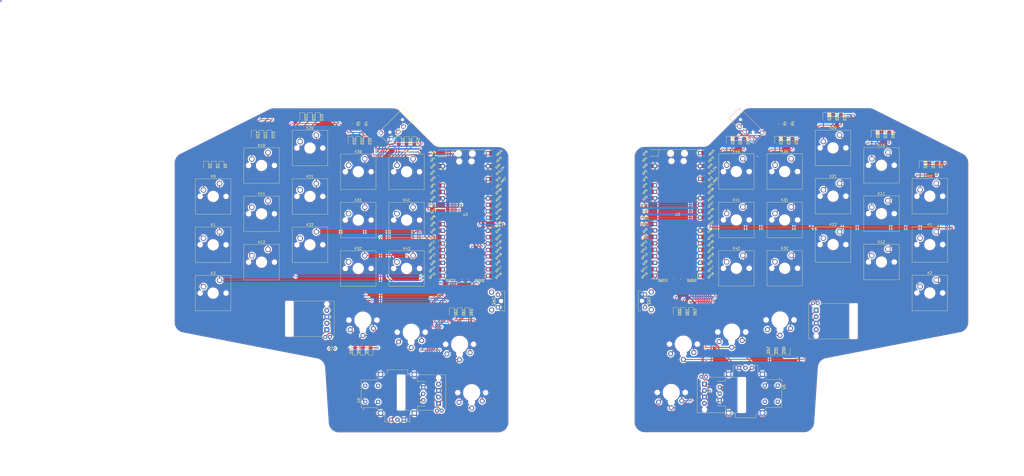
<source format=kicad_pcb>
(kicad_pcb (version 20221018) (generator pcbnew)
  (layers (0 "F.Cu" signal) (31 "B.Cu" signal) (34 "B.Paste" user) (35 "F.Paste" user) (36 "B.SilkS" user "B.Silkscreen") (37 "F.SilkS" user "F.Silkscreen") (38 "B.Mask" user) (39 "F.Mask" user) (44 "Edge.Cuts" user))
  (net 0 "")
  (net 1 "Row0")
  (net 2 "Row1")
  (net 3 "Row2")
  (net 4 "Col0")
  (net 5 "Col1")
  (net 6 "Net-(D0-A)")
  (net 7 "Net-(D1-A)")
  (net 8 "Net-(D60-A)")
  (net 9 "Net-(D2-A)")
  (net 10 "SDA")
  (net 11 "VCC")
  (net 12 "SCL")
  (net 13 "Col2")
  (net 14 "GND")
  (net 15 "Col5")
  (net 16 "Col4")
  (net 17 "Col3")
  (net 18 "Net-(D61-A)")
  (net 19 "Net-(D10-A)")
  (net 20 "Net-(D11-A)")
  (net 21 "Net-(D12-A)")
  (net 22 "Net-(D20-A)")
  (net 23 "Net-(D21-A)")
  (net 24 "Net-(D22-A)")
  (net 25 "Net-(D30-A)")
  (net 26 "Net-(D31-A)")
  (net 27 "Net-(D32-A)")
  (net 28 "Net-(D40-A)")
  (net 29 "Net-(D41-A)")
  (net 30 "Net-(D42-A)")
  (net 31 "Net-(D50-A)")
  (net 32 "Net-(D51-A)")
  (net 33 "KJoyButO")
  (net 34 "Col6")
  (net 35 "KRotA")
  (net 36 "KRotB")
  (net 37 "KRotButO")
  (net 47 "Net-(U3-RUN)")
  (net 48 "Axis1")
  (net 49 "Axis2")
  (net 53 "+3.3V")
  (footprint "Button_Switch_Keyboard:SW_Cherry_MX_1.00u_PCB" (layer "F.Cu") (at 117.818473 68.725314)
    (fp_text reference "K41")
    (fp_text value "K41")
  )
  (footprint "Diode_SMD:D_0805_2012Metric_Pad1.15x1.40mm_HandSolder" (layer "F.Cu") (at 227.335521 110.076676 -90)
    (fp_text reference "D62")
    (fp_text value "D62")
  )
  (footprint "Diode_SMD:D_0805_2012Metric_Pad1.15x1.40mm_HandSolder" (layer "F.Cu") (at 74.099151 33.36105 -90)
    (fp_text reference "D22")
    (fp_text value "D22")
  )
  (footprint "Resistor_SMD:R_0805_2012Metric_Pad1.20x1.40mm_HandSolder" (layer "F.Cu") (at 262.639498 35.764499 -90)
    (fp_text reference "R4")
    (fp_text value "5k")
  )
  (footprint "PS5:XDCR_COM-09032" (layer "F.Cu") (at 111.663055 142.227659 90)
    (fp_text reference "U5")
    (fp_text value "COM-09032")
  )
  (footprint "Diode_SMD:D_0805_2012Metric_Pad1.15x1.40mm_HandSolder" (layer "F.Cu") (at 221.255515 110.076677 -90)
    (fp_text reference "D60")
    (fp_text value "D60")
  )
  (footprint "Diode_SMD:D_0805_2012Metric_Pad1.15x1.40mm_HandSolder" (layer "F.Cu") (at 96.216651 42.776959 -90)
    (fp_text reference "D31")
    (fp_text value "D31")
  )
  (footprint "misc:Low-Profile-Choc-MX" (layer "F.Cu") (at 117.097851 117.95816)
    (fp_text reference "K51")
    (fp_text value "K51" hide)
  )
  (footprint "misc:Low-Profile-Choc-MX" (layer "F.Cu") (at 224.288619 122.6492)
    (fp_text reference "K60")
    (fp_text value "K50" hide)
  )
  (footprint "misc:RPi_Pico_SMD_TH_reduced" (layer "F.Cu") (at 138.431331 71.596054)
    (fp_text reference "U3")
    (fp_text value "Pico")
  )
  (footprint "Diode_SMD:D_0805_2012Metric_Pad1.15x1.40mm_HandSolder" (layer "F.Cu") (at 265.42862 125.057998 90)
    (fp_text reference "D50")
    (fp_text value "D50")
  )
  (footprint "Button_Switch_Keyboard:SW_Cherry_MX_1.00u_PCB" (layer "F.Cu") (at 304.855498 66.177353)
    (fp_text reference "K11")
    (fp_text value "K11")
  )
  (footprint "Button_Switch_Keyboard:SW_Cherry_MX_1.00u_PCB" (layer "F.Cu") (at 285.802997 78.369351)
    (fp_text reference "K22")
    (fp_text value "K22")
  )
  (footprint "misc:RPi_Pico_SMD_TH_reduced" (layer "F.Cu") (at 222.00514 71.524594)
    (fp_text reference "U3")
    (fp_text value "Pico")
  )
  (footprint "misc:EVQWGD001" (layer "F.Cu") (at 77.710474 109.987359 180)
    (fp_text reference "RSW1B1" hide)
    (fp_text value "Rotary_Encoder_Switch")
    (fp_line (start 6.9 -9.275) (end 6.9 3.875) (stroke (width 0.05)) (layer "Edge.Cuts"))
    (fp_line (start 7.425 4.4) (end 9.775 4.4) (stroke (width 0.05)) (layer "Edge.Cuts"))
    (fp_line (start 9.775 -9.8) (end 7.425 -9.8) (stroke (width 0.05)) (layer "Edge.Cuts"))
    (fp_line (start 10.3 3.875) (end 10.3 -9.275) (stroke (width 0.05)) (layer "Edge.Cuts"))
    (fp_arc (start 6.9 -9.275) (mid 7.053769 -9.646231) (end 7.425 -9.8) (stroke (width 0.05)) (layer "Edge.Cuts"))
    (fp_arc (start 7.425 4.4) (mid 7.053769 4.246231) (end 6.9 3.875) (stroke (width 0.05)) (layer "Edge.Cuts"))
    (fp_arc (start 9.775 -9.8) (mid 10.146231 -9.646231) (end 10.3 -9.275) (stroke (width 0.05)) (layer "Edge.Cuts"))
    (fp_arc (start 10.3 3.875) (mid 10.146231 4.246231) (end 9.775 4.4) (stroke (width 0.05)) (layer "Edge.Cuts"))
  )
  (footprint "Diode_SMD:D_0805_2012Metric_Pad1.15x1.40mm_HandSolder" (layer "F.Cu") (at 99.256656 42.776959 -90)
    (fp_text reference "D30")
    (fp_text value "D30")
  )
  (footprint "misc:EVQWGD001" (layer "F.Cu") (at 121.716474 139.019458 180)
    (fp_text reference "RSW1A1" hide)
    (fp_text value "Rotary_Encoder_Switch")
    (fp_line (start 6.9 -9.275) (end 6.9 3.875) (stroke (width 0.05)) (layer "Edge.Cuts"))
    (fp_line (start 7.425 4.4) (end 9.775 4.4) (stroke (width 0.05)) (layer "Edge.Cuts"))
    (fp_line (start 9.775 -9.8) (end 7.425 -9.8) (stroke (width 0.05)) (layer "Edge.Cuts"))
    (fp_line (start 10.3 3.875) (end 10.3 -9.275) (stroke (width 0.05)) (layer "Edge.Cuts"))
    (fp_arc (start 6.9 -9.275) (mid 7.053769 -9.646231) (end 7.425 -9.8) (stroke (width 0.05)) (layer "Edge.Cuts"))
    (fp_arc (start 7.425 4.4) (mid 7.053769 4.246231) (end 6.9 3.875) (stroke (width 0.05)) (layer "Edge.Cuts"))
    (fp_arc (start 9.775 -9.8) (mid 10.146231 -9.646231) (end 10.3 -9.275) (stroke (width 0.05)) (layer "Edge.Cuts"))
    (fp_arc (start 10.3 3.875) (mid 10.146231 4.246231) (end 9.775 4.4) (stroke (width 0.05)) (layer "Edge.Cuts"))
  )
  (footprint "Diode_SMD:D_0805_2012Metric_Pad1.15x1.40mm_HandSolder" (layer "F.Cu") (at 58.111658 40.291957 -90)
    (fp_text reference "D11")
    (fp_text value "D11")
  )
  (footprint "Diode_SMD:D_0805_2012Metric_Pad1.15x1.40mm_HandSolder" (layer "F.Cu") (at 264.21982 42.705499 -90)
    (fp_text reference "D31")
    (fp_text value "D31")
  )
  (footprint "Diode_SMD:D_0805_2012Metric_Pad1.15x1.40mm_HandSolder" (layer "F.Cu") (at 61.151652 40.291956 -90)
    (fp_text reference "D10")
    (fp_text value "D10")
  )
  (footprint "Button_Switch_Keyboard:SW_Cherry_MX_1.00u_PCB" (layer "F.Cu") (at 266.750496 49.603855)
    (fp_text reference "K30")
    (fp_text value "K30")
  )
  (footprint "Button_Switch_Keyboard:SW_Cherry_MX_1.00u_PCB" (layer "F.Cu") (at 247.697995 49.603855)
    (fp_text reference "K40")
    (fp_text value "K40")
  )
  (footprint "Button_Switch_Keyboard:SW_Cherry_MX_1.00u_PCB" (layer "F.Cu") (at 41.608476 78.440815)
    (fp_text reference "K1")
    (fp_text value "K01")
  )
  (footprint "Button_Switch_Keyboard:SW_Cherry_MX_1.00u_PCB" (layer "F.Cu") (at 60.660974 85.298811)
    (fp_text reference "K12")
    (fp_text value "K12")
  )
  (footprint "Diode_SMD:D_0805_2012Metric_Pad1.15x1.40mm_HandSolder" (layer "F.Cu") (at 133.107848 110.158459 -90)
    (fp_text reference "D62")
    (fp_text value "D62")
  )
  (footprint "Button_Switch_Keyboard:SW_Cherry_MX_1.00u_PCB" (layer "F.Cu") (at 304.855497 47.127353)
    (fp_text reference "K10")
    (fp_text value "K10")
  )
  (footprint "Button_Switch_Keyboard:SW_Cherry_MX_1.00u_PCB" (layer "F.Cu") (at 41.608472 59.390812)
    (fp_text reference "K0")
    (fp_text value "K00")
  )
  (footprint "Button_Switch_Keyboard:SW_Cherry_MX_1.00u_PCB" (layer "F.Cu") (at 266.750502 87.703849)
    (fp_text reference "K32")
    (fp_text value "K32")
  )
  (footprint "Button_Switch_Keyboard:SW_Cherry_MX_1.00u_PCB" (layer "F.Cu") (at 117.818476 49.675315)
    (fp_text reference "K40")
    (fp_text value "K40")
  )
  (footprint "Digi:TRRS-PJ-320A-no-Fmask" (layer "F.Cu") (at 114.76081 33.115212 -45)
    (fp_text reference "U2")
    (fp_text value "TRRS")
  )
  (footprint "Diode_SMD:D_0805_2012Metric_Pad1.15x1.40mm_HandSolder" (layer "F.Cu") (at 136.147852 110.158458 -90)
    (fp_text reference "D61")
    (fp_text value "D61")
  )
  (footprint "Diode_SMD:D_0805_2012Metric_Pad1.15x1.40mm_HandSolder" (layer "F.Cu") (at 80.229156 33.36105 -90)
    (fp_text reference "D20")
    (fp_text value "D20")
  )
  (footprint "misc:EVQWGD001" (layer "F.Cu") (at 282.725997 116.332499)
    (fp_text reference "RSW1B1" hide)
    (fp_text value "Rotary_Encoder_Switch")
    (fp_line (start 6.9 -9.275) (end 6.9 3.875) (stroke (width 0.05)) (layer "Edge.Cuts"))
    (fp_line (start 7.425 4.4) (end 9.775 4.4) (stroke (width 0.05)) (layer "Edge.Cuts"))
    (fp_line (start 9.775 -9.8) (end 7.425 -9.8) (stroke (width 0.05)) (layer "Edge.Cuts"))
    (fp_line (start 10.3 3.875) (end 10.3 -9.275) (stroke (width 0.05)) (layer "Edge.Cuts"))
    (fp_arc (start 6.9 -9.275) (mid 7.053769 -9.646231) (end 7.425 -9.8) (stroke (width 0.05)) (layer "Edge.Cuts"))
    (fp_arc (start 7.425 4.4) (mid 7.053769 4.246231) (end 6.9 3.875) (stroke (width 0.05)) (layer "Edge.Cuts"))
    (fp_arc (start 9.775 -9.8) (mid 10.146231 -9.646231) (end 10.3 -9.275) (stroke (width 0.05)) (layer "Edge.Cuts"))
    (fp_arc (start 10.3 3.875) (mid 10.146231 4.246231) (end 9.775 4.4) (stroke (width 0.05)) (layer "Edge.Cuts"))
  )
  (footprint "Diode_SMD:D_0805_2012Metric_Pad1.15x1.40mm_HandSolder" (layer "F.Cu") (at 101.087849 125.129458 90)
    (fp_text reference "D52")
    (fp_text value "D52")
  )
  (footprint "Diode_SMD:D_0805_2012Metric_Pad1.15x1.40mm_HandSolder" (layer "F.Cu") (at 302.324813 40.220497 -90)
    (fp_text reference "D11")
    (fp_text value "D11")
  )
  (footprint "Diode_SMD:D_0805_2012Metric_Pad1.15x1.40mm_HandSolder" (layer "F.Cu") (at 305.364821 40.220497 -90)
    (fp_text reference "D12")
    (fp_text value "D12")
  )
  (footprint "Button_Switch_Keyboard:SW_Cherry_MX_1.00u_PCB" (layer "F.Cu") (at 98.765975 49.675315)
    (fp_text reference "K30")
    (fp_text value "K30")
  )
  (footprint "misc:Low-Profile-Choc-MX" (layer "F.Cu") (at 98.047851 113.195659)
    (fp_text reference "K50")
    (fp_text value "K50" hide)
  )
  (footprint "Diode_SMD:D_0805_2012Metric_Pad1.15x1.40mm_HandSolder" (layer "F.Cu") (at 42.337248 52.463334 -90)
    (fp_text reference "D0")
    (fp_text value "D00")
  )
  (footprint "Diode_SMD:D_0805_2012Metric_Pad1.15x1.40mm_HandSolder" (layer "F.Cu") (at 321.13922 52.391876 -90)
    (fp_text reference "D1")
    (fp_text value "D01")
  )
  (footprint "Diode_SMD:D_0805_2012Metric_Pad1.15x1.40mm_HandSolder" (layer "F.Cu") (at 262.388622 125.057997 90)
    (fp_text reference "D51")
    (fp_text value "D51")
  )
  (footprint "Button_Switch_Keyboard:SW_Cherry_MX_1.00u_PCB" (layer "F.Cu") (at 247.697998 68.653854)
    (fp_text reference "K41")
    (fp_text value "K41")
  )
  (footprint "Diode_SMD:D_0805_2012Metric_Pad1.15x1.40mm_HandSolder" (layer "F.Cu") (at 324.179223 52.391875 -90)
    (fp_text reference "D2")
    (fp_text value "D02")
  )
  (footprint "Diode_SMD:D_0805_2012Metric_Pad1.15x1.40mm_HandSolder" (layer "F.Cu") (at 224.295519 110.076678 -90)
    (fp_text reference "D61")
    (fp_text value "D61")
  )
  (footprint "Diode_SMD:D_0805_2012Metric_Pad1.15x1.40mm_HandSolder" (layer "F.Cu") (at 118.309154 42.776957 -90)
    (fp_text reference "D40")
    (fp_text value "D40")
  )
  (footprint "Diode_SMD:D_0805_2012Metric_Pad1.15x1.40mm_HandSolder" (layer "F.Cu") (at 77.139155 33.361049 -90)
    (fp_text reference "D21")
    (fp_text value "D21")
  )
  (footprint "Diode_SMD:D_0805_2012Metric_Pad1.15x1.40mm_HandSolder" (layer "F.Cu") (at 39.297251 52.463336 -90)
    (fp_text reference "D1")
    (fp_text value "D01")
  )
  (footprint "Digi:SW_Tactile_SPST_Angled_MJTP1117" (layer "F.Cu") (at 151.232933 103.188065 -90)
    (fp_text reference "SW2")
    (fp_text value "SW_Push_45deg")
  )
  (footprint "Resistor_SMD:R_0805_2012Metric_Pad1.20x1.40mm_HandSolder" (layer "F.Cu") (at 94.654974 35.835959 -90)
    (fp_text reference "R5")
    (fp_text value "5k")
  )
  (footprint "Diode_SMD:D_0805_2012Metric_Pad1.15x1.40mm_HandSolder" (layer "F.Cu") (at 259.348622 125.057998 90)
    (fp_text reference "D52")
    (fp_text value "D52")
  )
  (footprint "Diode_SMD:D_0805_2012Metric_Pad1.15x1.40mm_HandSolder" (layer "F.Cu") (at 286.33732 33.28959 -90)
    (fp_text reference "D22")
    (fp_text value "D22")
  )
  (footprint "Button_Switch_Keyboard:SW_Cherry_MX_1.00u_PCB" (layer "F.Cu") (at 98.765972 68.725315)
    (fp_text reference "K31")
    (fp_text value "K31")
  )
  (footprint "Button_Switch_Keyboard:SW_Cherry_MX_1.00u_PCB" (layer "F.Cu") (at 304.855497 85.227351)
    (fp_text reference "K12")
    (fp_text value "K12")
  )
  (footprint "misc:Low-Profile-Choc-MX" (layer "F.Cu") (at 243.33862 117.8867)
    (fp_text reference "K51")
    (fp_text value "K51" hide)
  )
  (footprint "Diode_SMD:D_0805_2012Metric_Pad1.15x1.40mm_HandSolder" (layer "F.Cu") (at 112.229155 42.776957 -90)
    (fp_text reference "D42")
    (fp_text value "D42")
  )
  (footprint "misc:EVQWGD001" (layer "F.Cu") (at 238.719997 145.397998)
    (fp_text reference "RSW1A1" hide)
    (fp_text value "Rotary_Encoder_Switch")
    (fp_line (start 6.9 -9.275) (end 6.9 3.875) (stroke (width 0.05)) (layer "Edge.Cuts"))
    (fp_line (start 7.425 4.4) (end 9.775 4.4) (stroke (width 0.05)) (layer "Edge.Cuts"))
    (fp_line (start 9.775 -9.8) (end 7.425 -9.8) (stroke (width 0.05)) (layer "Edge.Cuts"))
    (fp_line (start 10.3 3.875) (end 10.3 -9.275) (stroke (width 0.05)) (layer "Edge.Cuts"))
    (fp_arc (start 6.9 -9.275) (mid 7.053769 -9.646231) (end 7.425 -9.8) (stroke (width 0.05)) (layer "Edge.Cuts"))
    (fp_arc (start 7.425 4.4) (mid 7.053769 4.246231) (end 6.9 3.875) (stroke (width 0.05)) (layer "Edge.Cuts"))
    (fp_arc (start 9.775 -9.8) (mid 10.146231 -9.646231) (end 10.3 -9.275) (stroke (width 0.05)) (layer "Edge.Cuts"))
    (fp_arc (start 10.3 3.875) (mid 10.146231 4.246231) (end 9.775 4.4) (stroke (width 0.05)) (layer "Edge.Cuts"))
  )
  (footprint "Button_Switch_Keyboard:SW_Cherry_MX_1.00u_PCB" (layer "F.Cu") (at 247.697999 87.703854)
    (fp_text reference "K42")
    (fp_text value "K42")
  )
  (footprint "Diode_SMD:D_0805_2012Metric_Pad1.15x1.40mm_HandSolder" (layer "F.Cu") (at 95.007851 125.129458 90)
    (fp_text reference "D50")
    (fp_text value "D50")
  )
  (footprint "misc:Low-Profile-Choc-MX" (layer "F.Cu") (at 136.147852 122.72066)
    (fp_text reference "K60")
    (fp_text value "K50" hide)
  )
  (footprint "Diode_SMD:D_0805_2012Metric_Pad1.15x1.40mm_HandSolder" (layer "F.Cu") (at 261.179815 42.705499 -90)
    (fp_text reference "D30")
    (fp_text value "D30")
  )
  (footprint "Diode_SMD:D_0805_2012Metric_Pad1.15x1.40mm_HandSolder" (layer "F.Cu") (at 245.167314 42.705496 -90)
    (fp_text reference "D41")
    (fp_text value "D41")
  )
  (footprint "Diode_SMD:D_0805_2012Metric_Pad1.15x1.40mm_HandSolder" (layer "F.Cu") (at 318.099223 52.391874 -90)
    (fp_text reference "D0")
    (fp_text value "D00")
  )
  (footprint "Button_Switch_Keyboard:SW_Cherry_MX_1.00u_PCB" (layer "F.Cu") (at 60.660974 47.198813)
    (fp_text reference "K10")
    (fp_text value "K10")
  )
  (footprint "Button_Switch_Keyboard:SW_Cherry_MX_1.00u_PCB" (layer "F.Cu") (at 117.818472 87.775314)
    (fp_text reference "K42")
    (fp_text value "K42")
  )
  (footprint "misc:Low-Profile-Choc-MX" (layer "F.Cu") (at 262.38862 113.124199)
    (fp_text reference "K50")
    (fp_text value "K50" hide)
  )
  (footprint "Button_Switch_Keyboard:SW_Cherry_MX_1.00u_PCB" (layer "F.Cu") (at 285.802997 59.31935)
    (fp_text reference "K21")
    (fp_text value "K21")
  )
  (footprint "Button_Switch_Keyboard:SW_Cherry_MX_1.00u_PCB" (layer "F.Cu") (at 79.713474 59.39081)
    (fp_text reference "K21")
    (fp_text value "K21")
  )
  (footprint "Diode_SMD:D_0805_2012Metric_Pad1.15x1.40mm_HandSolder" (layer "F.Cu") (at 267.259815 42.705497 -90)
    (fp_text reference "D32")
    (fp_text value "D32")
  )
  (footprint "Diode_SMD:D_0805_2012Metric_Pad1.15x1.40mm_HandSolder" (layer "F.Cu") (at 93.176656 42.776957 -90)
    (fp_text reference "D32")
    (fp_text value "D32")
  )
  (footprint "Button_Switch_Keyboard:SW_Cherry_MX_1.00u_PCB" (layer "F.Cu") (at 98.765969 87.775309)
    (fp_text reference "K32")
    (fp_text value "K32")
  )
  (footprint "Button_Switch_Keyboard:SW_Cherry_MX_1.00u_PCB" (layer "F.Cu") (at 41.608473 97.490812)
    (fp_text reference "K2")
    (fp_text value "K02")
  )
  (footprint "Diode_SMD:D_0805_2012Metric_Pad1.15x1.40mm_HandSolder" (layer "F.Cu") (at 280.207315 33.28959 -90)
    (fp_text reference "D20")
    (fp_text value "D20")
  )
  (footprint "Diode_SMD:D_0805_2012Metric_Pad1.15x1.40mm_HandSolder" (layer "F.Cu") (at 242.127317 42.705497 -90)
    (fp_text reference "D40")
    (fp_text value "D40")
  )
  (footprint "misc:Low-Profile-Choc-MX" (layer "F.Cu") (at 219.526122 141.699198)
    (fp_text reference "K61")
    (fp_text value "K51" hide)
  )
  (footprint "Diode_SMD:D_0805_2012Metric_Pad1.15x1.40mm_HandSolder" (layer "F.Cu") (at 299.284819 40.220496 -90)
    (fp_text reference "D10")
    (fp_text value "D10")
  )
  (footprint "Diode_SMD:D_0805_2012Metric_Pad1.15x1.40mm_HandSolder" (layer "F.Cu") (at 283.297316 33.289589 -90)
    (fp_text reference "D21")
    (fp_text value "D21")
  )
  (footprint "Button_Switch_Keyboard:SW_Cherry_MX_1.00u_PCB" (layer "F.Cu") (at 79.713474 78.440811)
    (fp_text reference "K22")
    (fp_text value "K22")
  )
  (footprint "Resistor_SMD:R_0805_2012Metric_Pad1.20x1.40mm_HandSolder" (layer "F.Cu") (at 265.781497 35.764499 -90)
    (fp_text reference "R5")
    (fp_text value "5k")
  )
  (footprint "Diode_SMD:D_0805_2012Metric_Pad1.15x1.40mm_HandSolder" (layer "F.Cu") (at 55.07165 40.291957 -90)
    (fp_text reference "D12")
    (fp_text value "D12")
  )
  (footprint "Resistor_SMD:R_0805_2012Metric_Pad1.20x1.40mm_HandSolder" (layer "F.Cu") (at 97.796973 35.835959 -90)
    (fp_text reference "R4")
    (fp_text value "5k")
  )
  (footprint "Button_Switch_Keyboard:SW_Cherry_MX_1.00u_PCB" (layer "F.Cu") (at 323.907999 59.319352)
    (fp_text reference "K0")
    (fp_text value "K00")
  )
  (footprint "Button_Switch_Keyboard:SW_Cherry_MX_1.00u_PCB" (layer "F.Cu") (at 266.750499 68.653855)
    (fp_text reference "K31")
    (fp_text value "K31")
  )
  (footprint "Button_Switch_Keyboard:SW_Cherry_MX_1.00u_PCB" (layer "F.Cu") (at 285.803001 40.269351)
    (fp_text reference "K20")
    (fp_text value "K20")
  )
  (footprint "Button_Switch_Keyboard:SW_Cherry_MX_1.00u_PCB" (layer "F.Cu") (at 60.660973 66.248813)
    (fp_text reference "K11")
    (fp_text value "K11")
  )
  (footprint "Button_Switch_Keyboard:SW_Cherry_MX_1.00u_PCB" (layer "F.Cu") (at 79.71347 40.340811)
    (fp_text reference "K20")
    (fp_text value "K20")
  )
  (footprint "PS5:XDCR_COM-09032" (layer "F.Cu") (at 248.773416 142.156199 -90)
    (fp_text reference "U5")
    (fp_text value "COM-09032")
  )
  (footprint "Button_Switch_Keyboard:SW_Cherry_MX_1.00u_PCB" (layer "F.Cu") (at 323.907995 78.369355)
    (fp_text reference "K1")
    (fp_text value "K01")
  )
  (footprint "misc:Low-Profile-Choc-MX" (layer "F.Cu") (at 140.910349 141.770658)
    (fp_text reference "K61")
    (fp_text value "K51" hide)
  )
  (footprint "Button_Switch_Keyboard:SW_Cherry_MX_1.00u_PCB" (layer "F.Cu") (at 323.907998 97.419352)
    (fp_text reference "K2")
    (fp_text value "K02")
  )
  (footprint "Digi:SW_Tactile_SPST_Angled_MJTP1117" (layer "F.Cu") (at 209.183538 108.116605 90)
    (fp_text reference "SW2")
    (fp_text value "SW_Push_45deg")
  )
  (footprint "Diode_SMD:D_0805_2012Metric_Pad1.15x1.40mm_HandSolder" (layer "F.Cu") (at 139.187854 110.158461 -90)
    (fp_text reference "D60")
    (fp_text value "D60")
  )
  (footprint "Diode_SMD:D_0805_2012Metric_Pad1.15x1.40mm_HandSolder" (layer "F.Cu") (at 248.207316 42.705497 -90)
    (fp_text reference "D42")
    (fp_text value "D42")
  )
  (footprint "Diode_SMD:D_0805_2012Metric_Pad1.15x1.40mm_HandSolder" (layer "F.Cu") (at 98.047849 125.129457 90)
    (fp_text reference "D51")
    (fp_text value "D51")
  )
  (footprint "Diode_SMD:D_0805_2012Metric_Pad1.15x1.40mm_HandSolder" (layer "F.Cu") (at 115.269157 42.776956 -90)
    (fp_text reference "D41")
    (fp_text value "D41")
  )
  (footprint "Diode_SMD:D_0805_2012Metric_Pad1.15x1.40mm_HandSolder" (layer "F.Cu") (at 36.257248 52.463335 -90)
    (fp_text reference "D2")
    (fp_text value "D02")
  )
  (footprint "Digi:TRRS-PJ-320A-no-Fmask" (layer "B.Cu") (at 245.675661 33.043752 -135)
    (fp_text reference "U2")
    (fp_text value "TRRS")
  )
  (gr_line (start 125.609899 43.849886) (end 112.713047 30.953029) (stroke (width 0.05)) (layer "Edge.Cuts"))
  (gr_line (start 83.171498 131.916819) (end 84.622548 153.682534) (stroke (width 0.05)) (layer "Edge.Cuts"))
  (gr_arc (start 247.723424 30.881569) (mid 249.021125 30.014494) (end 250.551853 29.709996) (stroke (width 0.05)) (layer "Edge.Cuts"))
  (gr_line (start 275.813923 153.611074) (end 277.264973 131.845359) (stroke (width 0.05)) (layer "Edge.Cuts"))
  (gr_arc (start 336.524996 114.039959) (mid 335.610465 116.585502) (end 333.285083 117.967079) (stroke (width 0.05)) (layer "Edge.Cuts"))
  (gr_line (start 151.356477 45.021458) (end 128.438329 45.021459) (stroke (width 0.05)) (layer "Edge.Cuts"))
  (gr_arc (start 234.826572 43.778426) (mid 233.528871 44.645502) (end 231.998142 44.949999) (stroke (width 0.05)) (layer "Edge.Cuts"))
  (gr_arc (start 61.166893 30.203748) (mid 62.036734 29.888456) (end 62.955745 29.781456) (stroke (width 0.05)) (layer "Edge.Cuts"))
  (gr_arc (start 128.438329 45.021459) (mid 126.907603 44.716963) (end 125.609899 43.849886) (stroke (width 0.05)) (layer "Edge.Cuts"))
  (gr_line (start 23.911474 51.303593) (end 23.911475 114.111419) (stroke (width 0.05)) (layer "Edge.Cuts"))
  (gr_line (start 27.151388 118.038539) (end 79.94044 128.255777) (stroke (width 0.05)) (layer "Edge.Cuts"))
  (gr_arc (start 79.94044 128.255777) (mid 82.179409 129.536076) (end 83.171498 131.916819) (stroke (width 0.05)) (layer "Edge.Cuts"))
  (gr_line (start 88.613683 157.416459) (end 151.356473 157.41646) (stroke (width 0.05)) (layer "Edge.Cuts"))
  (gr_line (start 155.356472 153.416455) (end 155.356473 49.021457) (stroke (width 0.05)) (layer "Edge.Cuts"))
  (gr_arc (start 88.613683 157.416459) (mid 85.880941 156.337447) (end 84.622548 153.682534) (stroke (width 0.05)) (layer "Edge.Cuts"))
  (gr_arc (start 297.480726 29.709996) (mid 298.399738 29.816996) (end 299.269578 30.132288) (stroke (width 0.05)) (layer "Edge.Cuts"))
  (gr_arc (start 334.313854 47.654425) (mid 335.927615 49.129201) (end 336.524997 51.232133) (stroke (width 0.05)) (layer "Edge.Cuts"))
  (gr_arc (start 209.079998 157.345) (mid 206.251572 156.173423) (end 205.079999 153.344995) (stroke (width 0.05)) (layer "Edge.Cuts"))
  (gr_line (start 336.524996 114.039959) (end 336.524997 51.232133) (stroke (width 0.05)) (layer "Edge.Cuts"))
  (gr_line (start 209.079998 157.345) (end 271.822788 157.344999) (stroke (width 0.05)) (layer "Edge.Cuts"))
  (gr_arc (start 109.884618 29.781456) (mid 111.415343 30.085953) (end 112.713047 30.953029) (stroke (width 0.05)) (layer "Edge.Cuts"))
  (gr_arc (start 277.264973 131.845359) (mid 278.25706 129.464618) (end 280.496031 128.184317) (stroke (width 0.05)) (layer "Edge.Cuts"))
  (gr_line (start 109.884618 29.781456) (end 62.955745 29.781456) (stroke (width 0.05)) (layer "Edge.Cuts"))
  (gr_line (start 334.313854 47.654425) (end 299.269578 30.132288) (stroke (width 0.05)) (layer "Edge.Cuts"))
  (gr_line (start 280.496031 128.184317) (end 333.285083 117.967079) (stroke (width 0.05)) (layer "Edge.Cuts"))
  (gr_arc (start 155.356472 153.416455) (mid 154.1849 156.244883) (end 151.356473 157.41646) (stroke (width 0.05)) (layer "Edge.Cuts"))
  (gr_line (start 231.998142 44.949999) (end 209.079994 44.949998) (stroke (width 0.05)) (layer "Edge.Cuts"))
  (gr_arc (start 275.813923 153.611074) (mid 274.555528 156.265989) (end 271.822788 157.344999) (stroke (width 0.05)) (layer "Edge.Cuts"))
  (gr_line (start 247.723424 30.881569) (end 234.826572 43.778426) (stroke (width 0.05)) (layer "Edge.Cuts"))
  (gr_arc (start 205.079998 48.949997) (mid 206.25157 46.121572) (end 209.079994 44.949998) (stroke (width 0.05)) (layer "Edge.Cuts"))
  (gr_arc (start 23.911474 51.303593) (mid 24.508858 49.200657) (end 26.122617 47.725885) (stroke (width 0.05)) (layer "Edge.Cuts"))
  (gr_arc (start 151.356477 45.021458) (mid 154.184902 46.193032) (end 155.356473 49.021457) (stroke (width 0.05)) (layer "Edge.Cuts"))
  (gr_line (start 297.480726 29.709996) (end 250.551853 29.709996) (stroke (width 0.05)) (layer "Edge.Cuts"))
  (gr_line (start 61.166893 30.203748) (end 26.122617 47.725885) (stroke (width 0.05)) (layer "Edge.Cuts"))
  (gr_line (start 205.079998 48.949997) (end 205.079999 153.344995) (stroke (width 0.05)) (layer "Edge.Cuts"))
  (gr_arc (start 27.151388 118.038539) (mid 24.82601 116.656967) (end 23.911475 114.111419) (stroke (width 0.05)) (layer "Edge.Cuts"))
  (via (at -44.5 -12.5) (size 0.8) (drill 0.4) (layers "F.Cu" "B.Cu") (net 0))
  (segment (start 243.529503 41.680497) (end 243.53 41.68) (width 0.35) (layer "F.Cu") (net 1))
  (segment (start 85.33605 32.33605) (end 80.229156 32.33605) (width 0.35) (layer "F.Cu") (net 1))
  (segment (start 99.975 47.411217) (end 99.975 48.727664) (width 0.35) (layer "F.Cu") (net 1))
  (segment (start 92.25 39.25) (end 85.33605 32.33605) (width 0.35) (layer "F.Cu") (net 1))
  (segment (start 249.59 41.539138) (end 250.612972 40.516166) (width 0.35) (layer "F.Cu") (net 1))
  (segment (start 108.142623 45.47116) (end 108.142623 44.79912) (width 0.35) (layer "F.Cu") (net 1))
  (segment (start 252.59163 41.48) (end 260.979316 41.48) (width 0.35) (layer "F.Cu") (net 1))
  (segment (start 99.975 48.727664) (end 100.290975 49.043639) (width 0.35) (layer "F.Cu") (net 1))
  (segment (start 66.483044 39.266956) (end 70 35.75) (width 0.35) (layer "F.Cu") (net 1))
  (segment (start 99.256656 41.120439) (end 98.955676 40.819459) (width 0.35) (layer "F.Cu") (net 1))
  (segment (start 269.16362 106.78402) (end 269.16362 113.652321) (width 0.35) (layer "F.Cu") (net 1))
  (segment (start 236.715 101.474454) (end 236.715 103.936329) (width 0.35) (layer "F.Cu") (net 1))
  (segment (start 60.101651 40.316957) (end 54.335128 40.316957) (width 0.35) (layer "F.Cu") (net 1))
  (segment (start 100.2 44.595137) (end 100.2 47.186217) (width 0.35) (layer "F.Cu") (net 1))
  (segment (start 280.207315 32.26459) (end 281.71459 32.26459) (width 0.35) (layer "F.Cu") (net 1))
  (segment (start 127.925 121.943334) (end 121.918334 127.95) (width 0.35) (layer "F.Cu") (net 1))
  (segment (start 40.75 49.851086) (end 42.337248 51.438334) (width 0.35) (layer "F.Cu") (net 1))
  (segment (start 299.284819 39.195496) (end 300.754504 39.195496) (width 0.35) (layer "F.Cu") (net 1))
  (segment (start 251.627796 40.516166) (end 252.59163 41.48) (width 0.35) (layer "F.Cu") (net 1))
  (segment (start 111.25 47.25) (end 111.25 45.75) (width 0.35) (layer "F.Cu") (net 1))
  (segment (start 99.256656 41.751959) (end 99.256656 41.120439) (width 0.35) (layer "F.Cu") (net 1))
  (segment (start 260.979316 41.48) (end 261.179815 41.680499) (width 0.35) (layer "F.Cu") (net 1))
  (segment (start 109.999593 98.499593) (end 107.723476 96.223476) (width 0.35) (layer "F.Cu") (net 1))
  (segment (start 54.335128 40.316957) (end 53.94665 40.705435) (width 0.35) (layer "F.Cu") (net 1))
  (segment (start 111.25 45.75) (end 110.29912 44.79912) (width 0.35) (layer "F.Cu") (net 1))
  (segment (start 269.18 125.23) (end 268.327002 126.082998) (width 0.35) (layer "F.Cu") (net 1))
  (segment (start 292.343265 102.709998) (end 277.201162 102.709998) (width 0.35) (layer "F.Cu") (net 1))
  (segment (start 269.13 41.63) (end 278.49541 32.26459) (width 0.35) (layer "F.Cu") (net 1))
  (segment (start 121.918334 127.95) (end 96.803392 127.95) (width 0.35) (layer "F.Cu") (net 1))
  (segment (start 291.33 32.27) (end 298.255496 39.195496) (width 0.35) (layer "F.Cu") (net 1))
  (segment (start 143.25 98.5) (end 146.023946 95.726054) (width 0.35) (layer "F.Cu") (net 1))
  (segment (start 318.099223 50.47595) (end 306.836418 39.213145) (width 0.35) (layer "F.Cu") (net 1))
  (segment (start 101.161217 50.275) (end 103.338783 50.275) (width 0.35) (layer "F.Cu") (net 1))
  (segment (start 147.321328 95.726052) (end 139.187852 103.859531) (width 0.35) (layer "F.Cu") (net 1))
  (segment (start 61.151652 39.266956) (end 60.101651 40.316957) (width 0.35) (layer "F.Cu") (net 1))
  (segment (start 241.427317 41.680497) (end 236.53 46.577814) (width 0.35) (layer "F.Cu") (net 1))
  (segment (start 100.381656 44.413481) (end 100.2 44.595137) (width 0.35) (layer "F.Cu") (net 1))
  (segment (start 139.187854 109.133461) (end 138.062854 110.258461) (width 0.35) (layer "F.Cu") (net 1))
  (segment (start 96.803392 127.95) (end 95.007849 126.154457) (width 0.35) (layer "F.Cu") (net 1))
  (segment (start 269.16362 113.652321) (end 269.18 113.668701) (width 0.35) (layer "F.Cu") (net 1))
  (segment (start 274.202334 102.58) (end 274.174835 102.607499) (width 0.35) (layer "F.Cu") (net 1))
  (segment (start 118.25 41.692803) (end 118.309154 41.751957) (width 0.35) (layer "F.Cu") (net 1))
  (segment (start 103.338783 50.275) (end 108.142623 45.47116) (width 0.35) (layer "F.Cu") (net 1))
  (segment (start 146.023946 95.726054) (end 147.321331 95.726054) (width 0.35) (layer "F.Cu") (net 1))
  (segment (start 262.659501 41.680499) (end 262.67 41.67) (width 0.35) (layer "F.Cu") (net 1))
  (segment (start 249.59 41.68) (end 249.59 41.539138) (width 0.35) (layer "F.Cu") (net 1))
  (segment (start 318.099223 51.366874) (end 318.099223 50.47595) (width 0.35) (layer "F.Cu") (net 1))
  (segment (start 242.127317 41.680497) (end 241.427317 41.680497) (width 0.35) (layer "F.Cu") (net 1))
  (segment (start 139.187852 103.859531) (end 139.187852 109.133459) (width 0.35) (layer "F.Cu") (net 1))
  (segment (start 272.740141 103.207499) (end 269.16362 106.78402) (width 0.35) (layer "F.Cu") (net 1))
  (segment (start 236.53 91.829734) (end 232.70514 95.654594) (width 0.35) (layer "F.Cu") (net 1))
  (segment (start 232.70514 95.654594) (end 230.89514 95.654594) (width 0.35) (layer "F.Cu") (net 1))
  (segment (start 100.290975 49.404758) (end 101.161217 50.275) (width 0.35) (layer "F.Cu") (net 1))
  (segment (start 261.179815 41.680499) (end 262.659501 41.680499) (width 0.35) (layer "F.Cu") (net 1))
  (segment (start 230.89514 95.654594) (end 236.715 101.474454) (width 0.35) (layer "F.Cu") (net 1))
  (segment (start 99.256656 41.751959) (end 100.2 42.695303) (width 0.35) (layer "F.Cu") (net 1))
  (segment (start 324.580472 106.17) (end 295.803267 106.17) (width 0.35) (layer "F.Cu") (net 1))
  (segment (start 119.251957 41.751957) (end 118.309154 41.751957) (width 0.35) (layer "F.Cu") (net 1))
  (segment (start 49.294565 40.705435) (end 40.75 49.25) (width 0.35) (layer "F.Cu") (net 1))
  (segment (start 127.925 115.688783) (end 127.925 121.943334) (width 0.35) (layer "F.Cu") (net 1))
  (segment (start 327.722999 51.575) (end 327.722999 103.027473) (width 0.35) (layer "F.Cu") (net 1))
  (segment (start 121.25 43.75) (end 119.251957 41.751957) (width 0.35) (layer "F.Cu") (net 1))
  (segment (start 107.723476 50.776524) (end 111.25 47.25) (width 0.35) (layer "F.Cu") (net 1))
  (segment (start 130.438783 113.175) (end 127.925 115.688783) (width 0.35) (layer "F.Cu") (net 1))
  (segment (start 110.29912 44.79912) (end 108.142623 44.79912) (width 0.35) (layer "F.Cu") (net 1))
  (segment (start 281.71459 32.26459) (end 281.73 32.28) (width 0.35) (layer "F.Cu") (net 1))
  (segment (start 280.207315 32.26459) (end 278.49541 32.26459) (width 0.35) (layer "F.Cu") (net 1))
  (segment (start 236.53 46.577814) (end 236.53 91.829734) (width 0.35) (layer "F.Cu") (net 1))
  (segment (start 128.825 98.499593) (end 109.999593 98.499593) (width 0.35) (layer "F.Cu") (net 1))
  (segment (start 138.062854 111.853506) (end 135.49136 114.425) (width 0.35) (layer "F.Cu") (net 1))
  (segment (start 319.72 51.33) (end 318.136097 51.33) (width 0.35) (layer "F.Cu") (net 1))
  (segment (start 268.327002 126.082998) (end 265.42862 126.082998) (width 0.35) (layer "F.Cu") (net 1))
  (segment (start 274.174835 102.607499) (end 273.770919 102.607499) (width 0.35) (layer "F.Cu") (net 1))
  (segment (start 100.290975 49.043639) (end 100.290975 49.404758) (width 0.35) (layer "F.Cu") (net 1))
  (segment (start 327.722999 103.027473) (end 324.580472 106.17) (width 0.35) (layer "F.Cu") (net 1))
  (segment (start 107.723476 96.223476) (end 107.723476 50.776524) (width 0.35) (layer "F.Cu") (net 1))
  (segment (start 133.341727 114.425) (end 132.091727 113.175) (width 0.35) (layer "F.Cu") (net 1))
  (segment (start 273.770919 102.607499) (end 273.170919 103.207499) (width 0.35) (layer "F.Cu") (net 1))
  (segment (start 250.612972 40.516166) (end 251.627796 40.516166) (width 0.35) (layer "F.Cu") (net 1))
  (segment (start 273.170919 103.207499) (end 272.740141 103.207499) (width 0.35) (layer "F.Cu") (net 1))
  (segment (start 138.062854 110.258461) (end 138.062854 111.853506) (width 0.35) (layer "F.Cu") (net 1))
  (segment (start 277.201162 102.709998) (end 277.071164 102.58) (width 0.35) (layer "F.Cu") (net 1))
  (segment (start 318.136097 51.33) (end 318.099223 51.366874) (width 0.35) (layer "F.Cu") (net 1))
  (segment (start 298.255496 39.195496) (end 299.284819 39.195496) (width 0.35) (layer "F.Cu") (net 1))
  (segment (start 269.18 113.668701) (end 269.18 125.23) (width 0.35) (layer "F.Cu") (net 1))
  (segment (start 61.151652 39.266956) (end 66.483044 39.266956) (width 0.35) (layer "F.Cu") (net 1))
  (segment (start 40.75 49.25) (end 40.75 49.851086) (width 0.35) (layer "F.Cu") (net 1))
  (segment (start 221.255515 109.051677) (end 221.255515 104.17) (width 0.35) (layer "F.Cu") (net 1))
  (segment (start 277.071164 102.58) (end 274.202334 102.58) (width 0.35) (layer "F.Cu") (net 1))
  (segment (start 100.2 43.008781) (end 100.381656 43.190437) (width 0.35) (layer "F.Cu") (net 1))
  (segment (start 242.127317 41.680497) (end 243.529503 41.680497) (width 0.35) (layer "F.Cu") (net 1))
  (segment (start 135.49136 114.425) (end 133.341727 114.425) (width 0.35) (layer "F.Cu") (net 1))
  (segment (start 269.13 41.67) (end 269.13 41.63) (width 0.35) (layer "F.Cu") (net 1))
  (segment (start 100.2 42.695303) (end 100.2 43.008781) (width 0.35) (layer "F.Cu") (net 1))
  (segment (start 53.94665 40.705435) (end 49.294565 40.705435) (width 0.35) (layer "F.Cu") (net 1))
  (segment (start 132.091727 113.175) (end 130.438783 113.175) (width 0.35) (layer "F.Cu") (net 1))
  (segment (start 100.381656 43.190437) (end 100.381656 44.413481) (width 0.35) (layer "F.Cu") (net 1))
  (segment (start 327.497999 51.35) (end 327.722999 51.575) (width 0.35) (layer "F.Cu") (net 1))
  (segment (start 100.2 47.186217) (end 99.975 47.411217) (width 0.35) (layer "F.Cu") (net 1))
  (segment (start 295.803267 106.17) (end 292.343265 102.709998) (width 0.35) (layer "F.Cu") (net 1))
  (segment (start 300.754504 39.195496) (end 300.77 39.18) (width 0.35) (layer "F.Cu") (net 1))
  (via (at 88.75 35.75) (size 0.8) (drill 0.4) (layers "F.Cu" "B.Cu") (net 1))
  (via (at 92.25 39.25) (size 0.8) (drill 0.4) (layers "F.Cu" "B.Cu") (net 1))
  (via (at 249.59 41.68) (size 0.8) (drill 0.4) (layers "F.Cu" "B.Cu") (net 1))
  (via (at 143.25 98.5) (size 0.8) (drill 0.4) (layers "F.Cu" "B.Cu") (net 1))
  (via (at 108.142623 44.79912) (size 0.8) (drill 0.4) (layers "F.Cu" "B.Cu") (net 1))
  (via (at 121.25 43.75) (size 0.8) (drill 0.4) (layers "F.Cu" "B.Cu") (net 1))
  (via (at 300.77 39.18) (size 0.8) (drill 0.4) (layers "F.Cu" "B.Cu") (net 1))
  (via (at 269.13 41.67) (size 0.8) (drill 0.4) (layers "F.Cu" "B.Cu") (net 1))
  (via (at 128.825 98.499593) (size 0.8) (drill 0.4) (layers "F.Cu" "B.Cu") (net 1))
  (via (at 262.67 41.67) (size 0.8) (drill 0.4) (layers "F.Cu" "B.Cu") (net 1))
  (via (at 306.836418 39.213145) (size 0.8) (drill 0.4) (layers "F.Cu" "B.Cu") (net 1))
  (via (at 236.715 103.936329) (size 0.8) (drill 0.4) (layers "F.Cu" "B.Cu") (net 1))
  (via (at 243.53 41.68) (size 0.8) (drill 0.4) (layers "F.Cu" "B.Cu") (net 1))
  (via (at 281.73 32.28) (size 0.8) (drill 0.4) (layers "F.Cu" "B.Cu") (net 1))
  (via (at 291.33 32.27) (size 0.8) (drill 0.4) (layers "F.Cu" "B.Cu") (net 1))
  (via (at 327.497999 51.35) (size 0.8) (drill 0.4) (layers "F.Cu" "B.Cu") (net 1))
  (via (at 221.255515 104.17) (size 0.8) (drill 0.4) (layers "F.Cu" "B.Cu") (net 1))
  (via (at 70 35.75) (size 0.8) (drill 0.4) (layers "F.Cu" "B.Cu") (net 1))
  (via (at 98.955676 40.819459) (size 0.8) (drill 0.4) (layers "F.Cu" "B.Cu") (net 1))
  (via (at 319.72 51.33) (size 0.8) (drill 0.4) (layers "F.Cu" "B.Cu") (net 1))
  (segment (start 300.77 39.18) (end 306.803273 39.18) (width 0.35) (layer "B.Cu") (net 1))
  (segment (start 319.74 51.35) (end 327.497999 51.35) (width 0.35) (layer "B.Cu") (net 1))
  (segment (start 306.803273 39.18) (end 306.836418 39.213145) (width 0.35) (layer "B.Cu") (net 1))
  (segment (start 109.191743 43.75) (end 108.142623 44.79912) (width 0.35) (layer "B.Cu") (net 1))
  (segment (start 92.25 39.25) (end 97.386217 39.25) (width 0.35) (layer "B.Cu") (net 1))
  (segment (start 143.25 98.5) (end 128.825407 98.5) (width 0.35) (layer "B.Cu") (net 1))
  (segment (start 281.73 32.28) (end 291.32 32.28) (width 0.35) (layer "B.Cu") (net 1))
  (segment (start 243.53 41.68) (end 249.59 41.68) (width 0.35) (layer "B.Cu") (net 1))
  (segment (start 221.255515 104.17) (end 221.489186 103.936329) (width 0.35) (layer "B.Cu") (net 1))
  (segment (start 70 35.75) (end 88.75 35.75) (width 0.35) (layer "B.Cu") (net 1))
  (segment (start 97.386217 39.25) (end 98.955676 40.819459) (width 0.35) (layer "B.Cu") (net 1))
  (segment (start 319.72 51.33) (end 319.74 51.35) (width 0.35) (layer "B.Cu") (net 1))
  (segment (start 291.32 32.28) (end 291.33 32.27) (width 0.35) (layer "B.Cu") (net 1))
  (segment (start 121.25 43.75) (end 109.191743 43.75) (width 0.35) (layer "B.Cu") (net 1))
  (segment (start 269.13 41.67) (end 262.67 41.67) (width 0.35) (layer "B.Cu") (net 1))
  (segment (start 221.489186 103.936329) (end 236.715 103.936329) (width 0.35) (layer "B.Cu") (net 1))
  (segment (start 262.71 41.63) (end 262.67 41.67) (width 0.35) (layer "B.Cu") (net 1))
  (segment (start 109.27133 37.77133) (end 110.636673 39.136673) (width 0.35) (layer "F.Cu") (net 2))
  (segment (start 235.93 46.141292) (end 241.451292 40.62) (width 0.35) (layer "F.Cu") (net 2))
  (segment (start 324.056096 48.45) (end 326.83 48.45) (width 0.35) (layer "F.Cu") (net 2))
  (segment (start 235.93 89.889734) (end 235.93 46.141292) (width 0.35) (layer "F.Cu") (net 2))
  (segment (start 101.658273 49.075) (end 102.841727 49.075) (width 0.35) (layer "F.Cu") (net 2))
  (segment (start 110.636673 39.136673) (end 110.636673 40.136673) (width 0.35) (layer "F.Cu") (net 2))
  (segment (start 255.941146 40.774134) (end 254.926322 40.774134) (width 0.35) (layer "F.Cu") (net 2))
  (segment (start 38.297252 52.438335) (end 39.297251 51.438336) (width 0.35) (layer "F.Cu") (net 2))
  (segment (start 57.5 34.25) (end 59 32.75) (width 0.35) (layer "F.Cu") (net 2))
  (segment (start 245.167314 41.680496) (end 245.259504 41.680496) (width 0.35) (layer "F.Cu") (net 2))
  (segment (start 76.139156 31.33605) (end 77.139155 32.336049) (width 0.35) (layer "F.Cu") (net 2))
  (segment (start 53.75 38) (end 50.150537 38) (width 0.35) (layer "F.Cu") (net 2))
  (segment (start 229.62014 98.063388) (end 235.94 104.383248) (width 0.35) (layer "F.Cu") (net 2))
  (segment (start 302.324813 39.195497) (end 301.324812 38.195496) (width 0.35) (layer "F.Cu") (net 2))
  (segment (start 101.4 47.683273) (end 101.175 47.908273) (width 0.35) (layer "F.Cu") (net 2))
  (segment (start 127.325 115.440255) (end 130.190255 112.575) (width 0.35) (layer "F.Cu") (net 2))
  (segment (start 37.712202 50.438335) (end 35.520726 50.438335) (width 0.35) (layer "F.Cu") (net 2))
  (segment (start 73.362629 31.33605) (end 76.139156 31.33605) (width 0.35) (layer "F.Cu") (net 2))
  (segment (start 78.139154 31.33605) (end 85.800742 31.33605) (width 0.35) (layer "F.Cu") (net 2))
  (segment (start 108.089438 37.77133) (end 109.27133 37.77133) (width 0.35) (layer "F.Cu") (net 2))
  (segment (start 99.243394 127.35) (end 121.669806 127.35) (width 0.35) (layer "F.Cu") (net 2))
  (segment (start 321.13922 51.366876) (end 319.792344 50.02) (width 0.35) (layer "F.Cu") (net 2))
  (segment (start 101.4 45.092193) (end 101.4 47.683273) (width 0.35) (layer "F.Cu") (net 2))
  (segment (start 274.671891 103.807499) (end 274.267975 103.807499) (width 0.35) (layer "F.Cu") (net 2))
  (segment (start 144.675 95.976472) (end 136.147852 104.50362) (width 0.35) (layer "F.Cu") (net 2))
  (segment (start 224.295519 104.884481) (end 224.31 104.87) (width 0.35) (layer "F.Cu") (net 2))
  (segment (start 96.216651 40.268094) (end 98.193109 38.291636) (width 0.35) (layer "F.Cu") (net 2))
  (segment (start 131.064859 45.591054) (end 124.424418 45.591054) (width 0.35) (layer "F.Cu") (net 2))
  (segment (start 134.699696 53.975001) (end 131.5 50.775305) (width 0.35) (layer "F.Cu") (net 2))
  (segment (start 245.259504 41.680496) (end 246.41 40.53) (width 0.35) (layer "F.Cu") (net 2))
  (segment (start 98.193109 38.291636) (end 98.443108 38.291636) (width 0.35) (layer "F.Cu") (net 2))
  (segment (start 58.111658 39.266957) (end 58.111658 38.388342) (width 0.35) (layer "F.Cu") (net 2))
  (segment (start 98.443108 38.291636) (end 101.4 41.248528) (width 0.35) (layer "F.Cu") (net 2))
  (segment (start 321.13922 51.366876) (end 324.056096 48.45) (width 0.35) (layer "F.Cu") (net 2))
  (segment (start 137.406472 110.392081) (end 136.147849 109.13346) (width 0.35) (layer "F.Cu") (net 2))
  (segment (start 101.175 47.908273) (end 101.175 48.230608) (width 0.35) (layer "F.Cu") (net 2))
  (segment (start 230.89514 93.114594) (end 229.62014 94.389594) (width 0.35) (layer "F.Cu") (net 2))
  (segment (start 326.83 48.45) (end 329.2 50.82) (width 0.35) (layer "F.Cu") (net 2))
  (segment (start 291.846211 103.91) (end 276.704107 103.909999) (width 0.35) (layer "F.Cu") (net 2))
  (segment (start 298.53541 38.21) (end 291.59 31.26459) (width 0.35) (layer "F.Cu") (net 2))
  (segment (start 264.21982 41.680499) (end 263.21982 40.680499) (width 0.35) (layer "F.Cu") (net 2))
  (segment (start 224.295519 109.051678) (end 224.295519 104.884481) (width 0.35) (layer "F.Cu") (net 2))
  (segment (start 270.38 107.695474) (end 270.38 125.727056) (width 0.35) (layer "F.Cu") (net 2))
  (segment (start 245.167314 41.105496) (end 245.167314 41.680496) (width 0.35) (layer "F.Cu") (net 2))
  (segment (start 132.590255 112.575) (end 133.840255 113.825) (width 0.35) (layer "F.Cu") (net 2))
  (segment (start 35.132248 52.049857) (end 35.520726 52.438335) (width 0.35) (layer "F.Cu") (net 2))
  (segment (start 35.520726 50.438335) (end 35.132248 50.826813) (width 0.35) (layer "F.Cu") (net 2))
  (segment (start 101.4 41.248528) (end 101.4 42.511725) (width 0.35) (layer "F.Cu") (net 2))
  (segment (start 276.574108 103.78) (end 274.69939 103.78) (width 0.35) (layer "F.Cu") (net 2))
  (segment (start 102.841727 49.075) (end 105.8 46.116727) (width 0.35) (layer "F.Cu") (net 2))
  (segment (start 136.147852 104.50362) (end 136.147852 109.133458) (width 0.35) (layer "F.Cu") (net 2))
  (segment (start 50.150537 38) (end 37.712202 50.438335) (width 0.35) (layer "F.Cu") (net 2))
  (segment (start 145 84.083364) (end 134.699696 73.78306) (width 0.35) (layer "F.Cu") (net 2))
  (segment (start 59 32.75) (end 71.948679 32.75) (width 0.35) (layer "F.Cu") (net 2))
  (segment (start 133.840255 113.825) (end 135.242828 113.825) (width 0.35) (layer "F.Cu") (net 2))
  (segment (start 244.681818 40.62) (end 245.167314 41.105496) (width 0.35) (layer "F.Cu") (net 2))
  (segment (start 235.94 104.383248) (end 235.94 104.59572) (width 0.35) (layer "F.Cu") (net 2))
  (segment (start 101.490975 48.907702) (end 101.658273 49.075) (width 0.35) (layer "F.Cu") (net 2))
  (segment (start 254.926322 40.774134) (end 254.657188 40.505) (width 0.35) (layer "F.Cu") (net 2))
  (segment (start 114.269158 40.751957) (end 115.269157 41.751956) (width 0.35) (layer "F.Cu") (net 2))
  (segment (start 235.94 104.59572) (end 236.188278 104.843998) (width 0.35) (layer "F.Cu") (net 2))
  (segment (start 147.321331 93.186054) (end 146.11925 93.186054) (width 0.35) (layer "F.Cu") (net 2))
  (segment (start 295.306211 107.37) (end 291.846211 103.91) (width 0.35) (layer "F.Cu") (net 2))
  (segment (start 306.985497 38.195497) (end 303.324813 38.195497) (width 0.35) (layer "F.Cu") (net 2))
  (segment (start 146.11925 93.186054) (end 144.675 94.630304) (width 0.35) (layer "F.Cu") (net 2))
  (segment (start 117.346113 39.675) (end 115.269157 41.751956) (width 0.35) (layer "F.Cu") (net 2))
  (segment (start 96.216651 41.751959) (end 96.216651 40.268094) (width 0.35) (layer "F.Cu") (net 2))
  (segment (start 265.300497 40.680497) (end 268.759503 40.680497) (width 0.35) (layer "F.Cu") (net 2))
  (segment (start 101.581656 42.693381) (end 101.581656 44.910537) (width 0.35) (layer "F.Cu") (net 2))
  (segment (start 329.2 50.82) (end 329.2 103.368528) (width 0.35) (layer "F.Cu") (net 2))
  (segment (start 265.29 40.67) (end 265.300497 40.680497) (width 0.35) (layer "F.Cu") (net 2))
  (segment (start 276.704107 103.909999) (end 276.574108 103.78) (width 0.35) (layer "F.Cu") (net 2))
  (segment (start 274.267975 103.807499) (end 270.38 107.695474) (width 0.35) (layer "F.Cu") (net 2))
  (segment (start 127.325 121.694806) (end 127.325 115.440255) (width 0.35) (layer "F.Cu") (net 2))
  (segment (start 101.175 48.230608) (end 101.490975 48.546583) (width 0.35) (layer "F.Cu") (net 2))
  (segment (start 301.324812 38.195496) (end 298.574504 38.195496) (width 0.35) (layer "F.Cu") (net 2))
  (segment (start 110.636673 40.136673) (end 111.251957 40.751957) (width 0.35) (layer "F.Cu") (net 2))
  (segment (start 101.4 42.511725) (end 101.581656 42.693381) (width 0.35) (layer "F.Cu") (net 2))
  (segment (start 268.187056 127.92) (end 264.225625 127.92) (width 0.35) (layer "F.Cu") (net 2))
  (segment (start 107.208245 38.652523) (end 108.089438 37.77133) (width 0.35) (layer "F.Cu") (net 2))
  (segment (start 105.8 46.116727) (end 105.8 45.126488) (width 0.35) (layer "F.Cu") (net 2))
  (segment (start 241.451292 40.62) (end 244.681818 40.62) (width 0.35) (layer "F.Cu") (net 2))
  (segment (start 229.62014 94.389594) (end 229.62014 98.063388) (width 0.35) (layer "F.Cu") (net 2))
  (segment (start 254.657188 40.505) (end 253.22 40.505) (width 0.35) (layer "F.Cu") (net 2))
  (segment (start 135.242828 113.825) (end 137.406472 111.661356) (width 0.35) (layer "F.Cu") (net 2))
  (segment (start 107.208245 43.718243) (end 107.208245 38.652523) (width 0.35) (layer "F.Cu") (net 2))
  (segment (start 298.56 38.21) (end 298.53541 38.21) (width 0.35) (layer "F.Cu") (net 2))
  (segment (start 71.948679 32.75) (end 73.362629 31.33605) (width 0.35) (layer "F.Cu") (net 2))
  (segment (start 101.490975 48.546583) (end 101.490975 48.907702) (width 0.35) (layer "F.Cu") (net 2))
  (segment (start 329.2 103.368528) (end 325.198528 107.37) (width 0.35) (layer "F.Cu") (net 2))
  (segment (start 131.5 46.026195) (end 131.064859 45.591054) (width 0.35) (layer "F.Cu") (net 2))
  (segment (start 325.198528 107.37) (end 295.306211 107.37) (width 0.35) (layer "F.Cu") (net 2))
  (segment (start 111.251957 40.751957) (end 114.269158 40.751957) (width 0.35) (layer "F.Cu") (net 2))
  (segment (start 264.225625 127.92) (end 262.388622 126.082997) (width 0.35) (layer "F.Cu") (net 2))
  (segment (start 268.759503 40.680497) (end 278.17541 31.26459) (width 0.35) (layer "F.Cu") (net 2))
  (segment (start 263.21982 40.680499) (end 256.034781 40.680499) (width 0.35) (layer "F.Cu") (net 2))
  (segment (start 134.699696 73.78306) (end 134.699696 53.975001) (width 0.35) (layer "F.Cu") (net 2))
  (segment (start 35.520726 52.438335) (end 38.297252 52.438335) (width 0.35) (layer "F.Cu") (net 2))
  (segment (start 264.21982 41.680499) (end 264.279501 41.680499) (width 0.35) (layer "F.Cu") (net 2))
  (segment (start 270.38 125.727056) (end 268.187056 127.92) (width 0.35) (layer "F.Cu") (net 2))
  (segment (start 284.297315 31.26459) (end 283.297316 32.264589) (width 0.35) (layer "F.Cu") (net 2))
  (segment (start 77.139155 32.336049) (end 78.139154 31.33605) (width 0.35) (layer "F.Cu") (net 2))
  (segment (start 105.8 45.126488) (end 107.208245 43.718243) (width 0.35) (layer "F.Cu") (net 2))
  (segment (start 298.574504 38.195496) (end 298.56 38.21) (width 0.35) (layer "F.Cu") (net 2))
  (segment (start 291.59 31.26459) (end 284.297315 31.26459) (width 0.35) (layer "F.Cu") (net 2))
  (segment (start 57.5 34.25) (end 53.75 38) (width 0.35) (layer "F.Cu") (net 2))
  (segment (start 121.669806 127.35) (end 127.325 121.694806) (width 0.35) (layer "F.Cu") (net 2))
  (segment (start 124.424418 45.591054) (end 118.508364 39.675) (width 0.35) (layer "F.Cu") (net 2))
  (segment (start 282.297317 31.26459) (end 283.297316 32.264589) (width 0.35) (layer "F.Cu") (net 2))
  (segment (start 140.916636 84.083364) (end 140.916636 86.781359) (width 0.35) (layer "F.Cu") (net 2))
  (segment (start 85.800742 31.33605) (end 96.216651 41.751959) (width 0.35) (layer "F.Cu") (net 2))
  (segment (start 318.81 50.02) (end 306.985497 38.195497) (width 0.35) (layer "F.Cu") (net 2))
  (segment (start 101.581656 44.910537) (end 101.4 45.092193) (width 0.35) (layer "F.Cu") (net 2))
  (segment (start 264.279501 41.680499) (end 265.29 40.67) (width 0.35) (layer "F.Cu") (net 2))
  (segment (start 137.406472 111.661356) (end 137.406472 110.392081) (width 0.35) (layer "F.Cu") (net 2))
  (segment (start 98.047851 126.154457) (end 99.243394 127.35) (width 0.35) (layer "F.Cu") (net 2))
  (segment (start 278.17541 31.26459) (end 282.297317 31.26459) (width 0.35) (layer "F.Cu") (net 2))
  (segment (start 303.324813 38.195497) (end 302.324813 39.195497) (width 0.35) (layer "F.Cu") (net 2))
  (segment (start 130.190255 112.575) (end 132.590255 112.575) (width 0.35) (layer "F.Cu") (net 2))
  (segment (start 319.792344 50.02) (end 318.81 50.02) (width 0.35) (layer "F.Cu") (net 2))
  (segment (start 144.675 94.630304) (end 144.675 95.976472) (width 0.35) (layer "F.Cu") (net 2))
  (segment (start 232.70514 93.114594) (end 235.93 89.889734) (width 0.35) (layer "F.Cu") (net 2))
  (segment (start 274.69939 103.78) (end 274.671891 103.807499) (width 0.35) (layer "F.Cu") (net 2))
  (segment (start 256.034781 40.680499) (end 255.941146 40.774134) (width 0.35) (layer "F.Cu") (net 2))
  (segment (start 140.916636 86.781359) (end 147.321331 93.186054) (width 0.35) (layer "F.Cu") (net 2))
  (segment (start 118.508364 39.675) (end 117.346113 39.675) (width 0.35) (layer "F.Cu") (net 2))
  (segment (start 35.132248 50.826813) (end 35.132248 52.049857) (width 0.35) (layer "F.Cu") (net 2))
  (segment (start 58.111658 38.388342) (end 62.25 34.25) (width 0.35) (layer "F.Cu") (net 2))
  (segment (start 131.5 50.775305) (end 131.5 46.026195) (width 0.35) (layer "F.Cu") (net 2))
  (via (at 57.5 34.25) (size 0.8) (drill 0.4) (layers "F.Cu" "B.Cu") (net 2))
  (via (at 236.188278 104.843998) (size 0.8) (drill 0.4) (layers "F.Cu" "B.Cu") (net 2))
  (via (at 145 84.083364) (size 0.8) (drill 0.4) (layers "F.Cu" "B.Cu") (net 2))
  (via (at 253.22 40.505) (size 0.8) (drill 0.4) (layers "F.Cu" "B.Cu") (net 2))
  (via (at 224.31 104.87) (size 0.8) (drill 0.4) (layers "F.Cu" "B.Cu") (net 2))
  (via (at 140.916636 84.083364) (size 0.8) (drill 0.4) (layers "F.Cu" "B.Cu") (net 2))
  (via (at 62.25 34.25) (size 0.8) (drill 0.4) (layers "F.Cu" "B.Cu") (net 2))
  (via (at 246.41 40.53) (size 0.8) (drill 0.4) (layers "F.Cu" "B.Cu") (net 2))
  (segment (start 224.31 104.87) (end 224.325 104.855) (width 0.35) (layer "B.Cu") (net 2))
  (segment (start 141 84) (end 140.916636 84.083364) (width 0.35) (layer "B.Cu") (net 2))
  (segment (start 253.208834 40.516166) (end 253.22 40.505) (width 0.35) (layer "B.Cu") (net 2))
  (segment (start 62.25 34.25) (end 57.5 34.25) (width 0.35) (layer "B.Cu") (net 2))
  (segment (start 246.41 40.53) (end 246.423834 40.516166) (width 0.35) (layer "B.Cu") (net 2))
  (segment (start 140.916636 84.083364) (end 145 84.083364) (width 0.35) (layer "B.Cu") (net 2))
  (segment (start 246.423834 40.516166) (end 253.208834 40.516166) (width 0.35) (layer "B.Cu") (net 2))
  (segment (start 236.177276 104.855) (end 236.188278 104.843998) (width 0.35) (layer "B.Cu") (net 2))
  (segment (start 224.325 104.855) (end 236.177276 104.855) (width 0.35) (layer "B.Cu") (net 2))
  (segment (start 93.176656 41.751957) (end 84.810749 33.38605) (width 0.35) (layer "F.Cu") (net 3))
  (segment (start 119.001957 42.751957) (end 113.229155 42.751957) (width 0.35) (layer "F.Cu") (net 3))
  (segment (start 100.890975 48.795111) (end 100.890975 49.15623) (width 0.35) (layer "F.Cu") (net 3))
  (segment (start 263.85 126.2409) (end 264.9291 127.32) (width 0.35) (layer "F.Cu") (net 3))
  (segment (start 98.193109 39.140164) (end 98.443108 39.140164) (width 0.35) (layer "F.Cu") (net 3))
  (segment (start 147.321331 88.106054) (end 147.321331 88.071331) (width 0.35) (layer "F.Cu") (net 3))
  (segment (start 276.822636 103.18) (end 276.952635 103.309999) (width 0.35) (layer "F.Cu") (net 3))
  (segment (start 100.8 47.434745) (end 100.575 47.659745) (width 0.35) (layer "F.Cu") (net 3))
  (segment (start 37.56073 51.438335) (end 36.257248 51.438335) (width 0.35) (layer "F.Cu") (net 3))
  (segment (start 147.321331 88.106054) (end 146.606054 88.106054) (width 0.35) (layer "F.Cu") (net 3))
  (segment (start 100.8 44.843665) (end 100.8 47.434745) (width 0.35) (layer "F.Cu") (net 3))
  (segment (start 100.8 41.497056) (end 100.8 42.760253) (width 0.35) (layer "F.Cu") (net 3))
  (segment (start 136.25 78.75) (end 134.099696 76.599696) (width 0.35) (layer "F.Cu") (net 3))
  (segment (start 274.019447 103.207499) (end 274.423363 103.207499) (width 0.35) (layer "F.Cu") (net 3))
  (segment (start 134.55 107.691307) (end 133.107848 109.133459) (width 0.35) (layer "F.Cu") (net 3))
  (segment (start 107.800016 43.975) (end 110.006112 43.975) (width 0.35) (layer "F.Cu") (net 3))
  (segment (start 100.981656 44.662009) (end 100.8 44.843665) (width 0.35) (layer "F.Cu") (net 3))
  (segment (start 98.131656 41.618344) (end 98.131656 39.201617) (width 0.35) (layer "F.Cu") (net 3))
  (segment (start 241.440795 42.680497) (end 237.13 46.991292) (width 0.35) (layer "F.Cu") (net 3))
  (segment (start 93.176656 41.751957) (end 94.176658 42.751959) (width 0.35) (layer "F.Cu") (net 3))
  (segment (start 263.85 125.807853) (end 263.85 126.2409) (width 0.35) (layer "F.Cu") (net 3))
  (segment (start 84.810749 33.38605) (end 75.149151 33.38605) (width 0.35) (layer "F.Cu") (net 3))
  (segment (start 304.364822 40.195496) (end 305.364821 39.195497) (width 0.35) (layer "F.Cu") (net 3))
  (segment (start 260.398623 125.032997) (end 263.075144 125.032997) (width 0.35) (layer "F.Cu") (net 3))
  (segment (start 134.55 80.45) (end 134.55 107.691307) (width 0.35) (layer "F.Cu") (net 3))
  (segment (start 306.715 40.225) (end 316.974223 50.484223) (width 0.35) (layer "F.Cu") (net 3))
  (segment (start 75.149151 33.38605) (end 74.099151 32.33605) (width 0.35) (layer "F.Cu") (net 3))
  (segment (start 106.4 45.693215) (end 107.081892 45.011323) (width 0.35) (layer "F.Cu") (net 3))
  (segment (start 126.725 114.866727) (end 129.5 112.091727) (width 0.35) (layer "F.Cu") (net 3))
  (segment (start 94.176658 42.751959) (end 96.998041 42.751959) (width 0.35) (layer "F.Cu") (net 3))
  (segment (start 129.5 112.091727) (end 129.5 105.833273) (width 0.35) (layer "F.Cu") (net 3))
  (segment (start 297.815496 40.195496) (end 304.364822 40.195496) (width 0.35) (layer "F.Cu") (net 3))
  (segment (start 129.5 105.833273) (end 130.658273 104.675) (width 0.35) (layer "F.Cu") (net 3))
  (segment (start 237.54 101.19) (end 237.54 104.69049) (width 0.35) (layer "F.Cu") (net 3))
  (segment (start 269.78 107.446946) (end 274.019447 103.207499) (width 0.35) (layer "F.Cu") (net 3))
  (segment (start 289.88459 32.26459) (end 297.815496 40.195496) (width 0.35) (layer "F.Cu") (net 3))
  (segment (start 121.421278 126.75) (end 126.725 121.446278) (width 0.35) (layer "F.Cu") (net 3))
  (segment (start 248.207316 41.680497) (end 247.207316 42.680497) (width 0.35) (layer "F.Cu") (net 3))
  (segment (start 292.094738 103.309999) (end 295.554739 106.77) (width 0.35) (layer "F.Cu") (net 3))
  (segment (start 55.07165 39.266957) (end 49.732108 39.266957) (width 0.35) (layer "F.Cu") (net 3))
  (segment (start 266.250312 42.69) (end 267.259815 41.680497) (width 0.35) (layer "F.Cu") (net 3))
  (segment (start 306.394324 40.225) (end 306.715 40.225) (width 0.35) (layer "F.Cu") (net 3))
  (segment (start 130.816331 50.940164) (end 130.816331 46.191054) (width 0.35) (layer "F.Cu") (net 3))
  (segment (start 55.07165 39.266957) (end 60.988607 33.35) (width 0.35) (layer "F.Cu") (net 3))
  (segment (start 328.322999 103.397001) (end 328.322999 50.982999) (width 0.35) (layer "F.Cu") (net 3))
  (segment (start 133.10785 106.441123) (end 133.10785 109.13346) (width 0.35) (layer "F.Cu") (net 3))
  (segment (start 122.441054 46.191054) (end 119.001957 42.751957) (width 0.35) (layer "F.Cu") (net 3))
  (segment (start 263.075144 125.032997) (end 263.85 125.807853) (width 0.35) (layer "F.Cu") (net 3))
  (segment (start 327.281875 49.941875) (end 325.604223 49.941875) (width 0.35) (layer "F.Cu") (net 3))
  (segment (start 138.482638 78.75) (end 136.25 78.75) (width 0.35) (layer "F.Cu") (net 3))
  (segment (start 258.173792 45) (end 260.483792 42.69) (width 0.35) (layer "F.Cu") (net 3))
  (segment (start 267.938528 127.32) (end 269.78 125.478528) (width 0.35) (layer "F.Cu") (net 3))
  (segment (start 285.28732 33.31459) (end 286.33732 32.26459) (width 0.35) (layer "F.Cu") (net 3))
  (segment (start 96.998041 42.751959) (end 98.131656 41.618344) (width 0.35) (layer "F.Cu") (net 3))
  (segment (start 146.606054 88.106054) (end 146.046331 87.546331) (width 0.35) (layer "F.Cu") (net 3))
  (segment (start 268.034318 42.455) (end 269.481727 42.455) (width 0.35) (layer "F.Cu") (net 3))
  (segment (start 269.481727 42.455) (end 278.622137 33.31459) (width 0.35) (layer "F.Cu") (net 3))
  (segment (start 131.341727 104.675) (end 133.10785 106.441123) (width 0.35) (layer "F.Cu") (net 3))
  (segment (start 324.95 106.77) (end 328.322999 103.397001) (width 0.35) (layer "F.Cu") (net 3))
  (segment (start 229.02014 98.311916) (end 235.32273 104.614506) (width 0.35) (layer "F.Cu") (net 3))
  (segment (start 230.89514 88.034594) (end 229.02014 89.909594) (width 0.35) (layer "F.Cu") (net 3))
  (segment (start 227.335521 106.420521) (end 226.89 105.975) (width 0.35) (layer "F.Cu") (net 3))
  (segment (start 235.32273 104.614506) (end 235.32273 105.406306) (width 0.35) (layer "F.Cu") (net 3))
  (segment (start 323.179222 52.366876) (end 324.179223 51.366875) (width 0.35) (layer "F.Cu") (net 3))
  (segment (start 305.364821 39.195497) (end 306.394324 40.225) (width 0.35) (layer "F.Cu") (net 3))
  (segment (start 317.362703 52.366876) (end 323.179222 52.366876) (width 0.35) (layer "F.Cu") (net 3))
  (segment (start 259.348622 126.082998) (end 260.398623 125.032997) (width 0.35) (layer "F.Cu") (net 3))
  (segment (start 100.8 42.760253) (end 100.981656 42.941909) (width 0.35) (layer "F.Cu") (net 3))
  (segment (start 103.090255 49.675) (end 106.4 46.365255) (width 0.35) (layer "F.Cu") (net 3))
  (segment (start 325.604223 49.941875) (end 324.179223 51.366875) (width 0.35) (layer "F.Cu") (net 3))
  (segment (start 237.13 100.78) (end 237.54 101.19) (width 0.35) (layer "F.Cu") (net 3))
  (segment (start 101.409745 49.675) (end 103.090255 49.675) (width 0.35) (layer "F.Cu") (net 3))
  (segment (start 101.087847 126.154457) (end 101.68339 126.75) (width 0.35) (layer "F.Cu") (net 3))
  (segment (start 274.450862 103.18) (end 276.822636 103.18) (width 0.35) (layer "F.Cu") (net 3))
  (segment (start 110.006112 43.975) (end 112.229155 41.751957) (width 0.35) (layer "F.Cu") (net 3))
  (segment (start 49.732108 39.266957) (end 37.56073 51.438335) (width 0.35) (layer "F.Cu") (net 3))
  (segment (start 278.622137 33.31459) (end 285.28732 33.31459) (width 0.35) (layer "F.Cu") (net 3))
  (segment (start 100.575 48.479136) (end 100.890975 48.795111) (width 0.35) (layer "F.Cu") (net 3))
  (segment (start 276.952635 103.309999) (end 292.094738 103.309999) (width 0.35) (layer "F.Cu") (net 3))
  (segment (start 227.335521 109.051676) (end 227.335521 106.420521) (width 0.35) (layer "F.Cu") (net 3))
  (segment (start 130.816331 46.191054) (end 122.441054 46.191054) (width 0.35) (layer "F.Cu") (net 3))
  (segment (start 98.131656 39.201617) (end 98.193109 39.140164) (width 0.35) (layer "F.Cu") (net 3))
  (segment (start 134.099696 76.599696) (end 134.099696 54.223529) (width 0.35) (layer "F.Cu") (net 3))
  (segment (start 251.526819 45) (end 258.173792 45) (width 0.35) (layer "F.Cu") (net 3))
  (segment (start 146.046331 87.546331) (end 146.046331 86.313693) (width 0.35) (layer "F.Cu") (net 3))
  (segment (start 267.259815 41.680497) (end 268.034318 42.455) (width 0.35) (layer "F.Cu") (net 3))
  (segment (start 106.4 46.365255) (end 106.4 45.693215) (width 0.35) (layer "F.Cu") (net 3))
  (segment (start 286.33732 32.26459) (end 289.88459 32.26459) (width 0.35) (layer "F.Cu") (net 3))
  (segment (start 60.988607 33.35) (end 73.085201 33.35) (width 0.35) (layer "F.Cu") (net 3))
  (segment (start 126.725 121.446278) (end 126.725 114.866727) (width 0.35) (layer "F.Cu") (net 3))
  (segment (start 269.78 125.478528) (end 269.78 107.446946) (width 0.35) (layer "F.Cu") (net 3))
  (segment (start 107.081892 44.693124) (end 107.800016 43.975) (width 0.35) (layer "F.Cu") (net 3))
  (segment (start 264.9291 127.32) (end 267.938528 127.32) (width 0.35) (layer "F.Cu") (net 3))
  (segment (start 295.554739 106.77) (end 324.95 106.77) (width 0.35) (layer "F.Cu") (net 3))
  (segment (start 107.081892 45.011323) (end 107.081892 44.693124) (width 0.35) (layer "F.Cu") (net 3))
  (segment (start 274.423363 103.207499) (end 274.450862 103.18) (width 0.35) (layer "F.Cu") (net 3))
  (segment (start 236.468702 105.761788) (end 235.678212 105.761788) (width 0.35) (layer "F.Cu") (net 3))
  (segment (start 146.046331 86.313693) (end 138.482638 78.75) (width 0.35) (layer "F.Cu") (net 3))
  (segment (start 100.890975 49.15623) (end 101.409745 49.675) (width 0.35) (layer "F.Cu") (net 3))
  (segment (start 237.13 46.991292) (end 237.13 100.78) (width 0.35) (layer "F.Cu") (net 3))
  (segment (start 247.207316 42.680497) (end 241.440795 42.680497) (width 0.35) (layer "F.Cu") (net 3))
  (segment (start 101.68339 126.75) (end 121.421278 126.75) (width 0.35) (layer "F.Cu") (net 3))
  (segment (start 113.229155 42.751957) (end 112.229155 41.751957) (width 0.35) (layer "F.Cu") (net 3))
  (segment (start 229.02014 89.909594) (end 229.02014 98.311916) (width 0.35) (layer "F.Cu") (net 3))
  (segment (start 235.32273 105.406306) (end 235.678212 105.761788) (width 0.35) (layer "F.Cu") (net 3))
  (segment (start 237.54 104.69049) (end 236.468702 105.761788) (width 0.35) (layer "F.Cu") (net 3))
  (segment (start 100.981656 42.941909) (end 100.981656 44.662009) (width 0.35) (layer "F.Cu") (net 3))
  (segment (start 316.974223 50.484223) (end 316.974223 51.978396) (width 0.35) (layer "F.Cu") (net 3))
  (segment (start 130.658273 104.675) (end 131.341727 104.675) (width 0.35) (layer "F.Cu") (net 3))
  (segment (start 260.483792 42.69) (end 266.250312 42.69) (width 0.35) (layer "F.Cu") (net 3))
  (segment (start 134.099696 54.223529) (end 130.816331 50.940164) (width 0.35) (layer "F.Cu") (net 3))
  (segment (start 100.575 47.659745) (end 100.575 48.479136) (width 0.35) (layer "F.Cu") (net 3))
  (segment (start 136.25 78.75) (end 134.55 80.45) (width 0.35) (layer "F.Cu") (net 3))
  (segment (start 316.974223 51.978396) (end 317.362703 52.366876) (width 0.35) (layer "F.Cu") (net 3))
  (segment (start 248.207316 41.680497) (end 251.526819 45) (width 0.35) (layer "F.Cu") (net 3))
  (segment (start 328.322999 50.982999) (end 327.281875 49.941875) (width 0.35) (layer "F.Cu") (net 3))
  (segment (start 98.443108 39.140164) (end 100.8 41.497056) (width 0.35) (layer "F.Cu") (net 3))
  (segment (start 73.085201 33.35) (end 74.099151 32.33605) (width 0.35) (layer "F.Cu") (net 3))
  (via (at 226.89 105.975) (size 0.8) (drill 0.4) (layers "F.Cu" "B.Cu") (net 3))
  (via (at 235.678212 105.761788) (size 0.8) (drill 0.4) (layers "F.Cu" "B.Cu") (net 3))
  (segment (start 235.465 105.975) (end 235.678212 105.761788) (width 0.35) (layer "B.Cu") (net 3))
  (segment (start 226.89 105.975) (end 235.465 105.975) (width 0.35) (layer "B.Cu") (net 3))
  (segment (start 325.04 96.28735) (end 325.04 79.50136) (width 0.35) (layer "F.Cu") (net 4))
  (segment (start 296.051795 105.57) (end 324.03 105.57) (width 0.35) (layer "F.Cu") (net 4))
  (segment (start 324.92 104.68) (end 324.92 98.431354) (width 0.35) (layer "F.Cu") (net 4))
  (segment (start 325.13 60.541353) (end 323.907999 59.319352) (width 0.35) (layer "F.Cu") (net 4))
  (segment (start 324.92 98.431354) (end 323.907998 97.419352) (width 0.35) (layer "F.Cu") (net 4))
  (segment (start 325.13 77.14735) (end 325.13 60.541353) (width 0.35) (layer "F.Cu") (net 4))
  (segment (start 271.259112 103.84) (end 272.709114 102.389998) (width 0.35) (layer "F.Cu") (net 4))
  (segment (start 292.461795 101.98) (end 296.051795 105.57) (width 0.35) (layer "F.Cu") (net 4))
  (segment (start 325.04 79.50136) (end 323.907995 78.369355) (width 0.35) (layer "F.Cu") (net 4))
  (segment (start 213.11514 95.654594) (end 213.11514 96.856675) (width 0.35) (layer "F.Cu") (net 4))
  (segment (start 213.11514 96.856675) (end 216.598463 100.339998) (width 0.35) (layer "F.Cu") (net 4))
  (segment (start 237.19813 109.275) (end 242.63313 103.84) (width 0.35) (layer "F.Cu") (net 4))
  (segment (start 323.907998 97.419352) (end 325.04 96.28735) (width 0.35) (layer "F.Cu") (net 4))
  (segment (start 41.608472 59.390812) (end 41.608472 78.440811) (width 0.35) (layer "F.Cu") (net 4))
  (segment (start 41.608476 97.490809) (end 41.608473 97.490812) (width 0.35) (layer "F.Cu") (net 4))
  (segment (start 41.608476 78.440815) (end 41.608476 97.490809) (width 0.35) (layer "F.Cu") (net 4))
  (segment (start 41.608472 78.440811) (end 41.608476 78.440815) (width 0.35) (layer "F.Cu") (net 4))
  (segment (start 273.54989 101.98) (end 292.461795 101.98) (width 0.35) (layer "F.Cu") (net 4))
  (segment (start 234.630584 109.275) (end 237.19813 109.275) (width 0.35) (layer "F.Cu") (net 4))
  (segment (start 323.907995 78.369355) (end 325.13 77.14735) (width 0.35) (layer "F.Cu") (net 4))
  (segment (start 122.523946 95.726054) (end 121 97.25) (width 0.35) (layer "F.Cu") (net 4))
  (segment (start 242.63313 103.84) (end 271.259112 103.84) (width 0.35) (layer "F.Cu") (net 4))
  (segment (start 216.598463 100.339998) (end 226.805582 100.339998) (width 0.35) (layer "F.Cu") (net 4))
  (segment (start 232.13 106.774416) (end 234.630584 109.275) (width 0.35) (layer "F.Cu") (net 4))
  (segment (start 129.541331 95.726054) (end 122.523946 95.726054) (width 0.35) (layer "F.Cu") (net 4))
  (segment (start 324.03 105.57) (end 324.92 104.68) (width 0.35) (layer "F.Cu") (net 4))
  (segment (start 272.709114 102.389998) (end 273.139892 102.389998) (width 0.35) (layer "F.Cu") (net 4))
  (segment (start 273.139892 102.389998) (end 273.54989 101.98) (width 0.35) (layer "F.Cu") (net 4))
  (segment (start 226.805582 100.339998) (end 232.13 105.664416) (width 0.35) (layer "F.Cu") (net 4))
  (segment (start 232.13 105.664416) (end 232.13 106.774416) (width 0.35) (layer "F.Cu") (net 4))
  (via (at 121 97.25) (size 0.8) (drill 0.4) (layers "F.Cu" "B.Cu") (net 4))
  (segment (start 121 97.25) (end 120.759188 97.490812) (width 0.35) (layer "B.Cu") (net 4))
  (segment (start 120.759188 97.490812) (end 41.608473 97.490812) (width 0.35) (layer "B.Cu") (net 4))
  (segment (start 129.541331 93.186054) (end 128.597071 94.130314) (width 0.35) (layer "F.Cu") (net 5))
  (segment (start 128.597071 94.130314) (end 122.869686 94.130314) (width 0.35) (layer "F.Cu") (net 5))
  (segment (start 305.955496 84.127352) (end 305.955496 67.277351) (width 0.35) (layer "F.Cu") (net 5))
  (segment (start 305.955497 65.077354) (end 305.955496 48.227352) (width 0.35) (layer "F.Cu") (net 5))
  (segment (start 60.660974 47.198813) (end 60.660973 66.248813) (width 0.35) (layer "F.Cu") (net 5))
  (segment (start 214.39 94.389454) (end 213.11514 93.114594) (width 0.35) (layer "F.Cu") (net 5))
  (segment (start 297.09 101.38) (end 273.301362 101.38) (width 0.35) (layer "F.Cu") (net 5))
  (segment (start 232.73 105.415888) (end 227.05411 99.739998) (width 0.35) (layer "F.Cu") (net 5))
  (segment (start 71.5 96) (end 71.362163 96) (width 0.35) (layer "F.Cu") (net 5))
  (segment (start 304.855497 85.227351) (end 305.98 86.351854) (width 0.35) (layer "F.Cu") (net 5))
  (segment (start 232.73 106.525888) (end 232.73 105.415888) (width 0.35) (layer "F.Cu") (net 5))
  (segment (start 122.869686 94.130314) (end 121 96) (width 0.35) (layer "F.Cu") (net 5))
  (segment (start 214.39 96.241472) (end 214.39 94.389454) (width 0.35) (layer "F.Cu") (net 5))
  (segment (start 305.98 86.351854) (end 305.98 92.49) (width 0.35) (layer "F.Cu") (net 5))
  (segment (start 217.888526 99.739998) (end 214.39 96.241472) (width 0.35) (layer "F.Cu") (net 5))
  (segment (start 60.660973 66.248813) (end 60.660974 85.298811) (width 0.35) (layer "F.Cu") (net 5))
  (segment (start 227.05411 99.739998) (end 217.888526 99.739998) (width 0.35) (layer "F.Cu") (net 5))
  (segment (start 273.301362 101.38) (end 272.891364 101.789998) (width 0.35) (layer "F.Cu") (net 5))
  (segment (start 234.879112 108.675) (end 232.73 106.525888) (width 0.35) (layer "F.Cu") (net 5))
  (segment (start 236.949602 108.675) (end 234.879112 108.675) (width 0.35) (layer "F.Cu") (net 5))
  (segment (start 242.384602 103.24) (end 236.949602 108.675) (width 0.35) (layer "F.Cu") (net 5))
  (segment (start 304.855497 85.227351) (end 305.955496 84.127352) (width 0.35) (layer "F.Cu") (net 5))
  (segment (start 272.460586 101.789998) (end 271.010584 103.24) (width 0.35) (layer "F.Cu") (net 5))
  (segment (start 305.955496 48.227352) (end 304.855497 47.127353) (width 0.35) (layer "F.Cu") (net 5))
  (segment (start 271.010584 103.24) (end 242.384602 103.24) (width 0.35) (layer "F.Cu") (net 5))
  (segment (start 305.955496 67.277351) (end 304.855498 66.177353) (width 0.35) (layer "F.Cu") (net 5))
  (segment (start 305.98 92.49) (end 297.09 101.38) (width 0.35) (layer "F.Cu") (net 5))
  (segment (start 304.855498 66.177353) (end 305.955497 65.077354) (width 0.35) (layer "F.Cu") (net 5))
  (segment (start 71.362163 96) (end 60.660974 85.298811) (width 0.35) (layer "F.Cu") (net 5))
  (segment (start 272.891364 101.789998) (end 272.460586 101.789998) (width 0.35) (layer "F.Cu") (net 5))
  (via (at 71.5 96) (size 0.8) (drill 0.4) (layers "F.Cu" "B.Cu") (net 5))
  (via (at 121 96) (size 0.8) (drill 0.4) (layers "F.Cu" "B.Cu") (net 5))
  (segment (start 121 96) (end 71.5 96) (width 0.35) (layer "B.Cu") (net 5))
  (segment (start 35.258472 60.56711) (end 42.337248 53.488334) (width 0.35) (layer "F.Cu") (net 6))
  (segment (start 317.557999 61.859352) (end 317.557999 53.958098) (width 0.35) (layer "F.Cu") (net 6))
  (segment (start 35.258472 61.930812) (end 35.258472 60.56711) (width 0.35) (layer "F.Cu") (net 6))
  (segment (start 317.557999 53.958098) (end 318.099223 53.416874) (width 0.35) (layer "F.Cu") (net 6))
  (segment (start 35.258476 80.980815) (end 32.713472 78.435811) (width 0.35) (layer "F.Cu") (net 7))
  (segment (start 319.38 62.21) (end 319.38 55.176096) (width 0.35) (layer "F.Cu") (net 7))
  (segment (start 317.557995 80.909355) (end 317.562999 80.904351) (width 0.35) (layer "F.Cu") (net 7))
  (segment (start 319.38 55.176096) (end 321.13922 53.416876) (width 0.35) (layer "F.Cu") (net 7))
  (segment (start 32.713472 62.135056) (end 39.297251 55.551277) (width 0.35) (layer "F.Cu") (net 7))
  (segment (start 39.297251 55.551277) (end 39.297251 53.488336) (width 0.35) (layer "F.Cu") (net 7))
  (segment (start 317.562999 64.027001) (end 319.38 62.21) (width 0.35) (layer "F.Cu") (net 7))
  (segment (start 32.713472 78.435811) (end 32.713472 62.135056) (width 0.35) (layer "F.Cu") (net 7))
  (segment (start 317.562999 80.904351) (end 317.562999 64.027001) (width 0.35) (layer "F.Cu") (net 7))
  (segment (start 139.697852 123.697852) (end 140.277852 124.277852) (width 0.35) (layer "F.Cu") (net 8))
  (segment (start 139.697852 121) (end 139.697852 123.697852) (width 0.35) (layer "F.Cu") (net 8))
  (segment (start 131.147852 126.52066) (end 132.597852 125.07066) (width 0.35) (layer "F.Cu") (net 8))
  (segment (start 134.07934 119.17066) (end 137.868512 119.17066) (width 0.35) (layer "F.Cu") (net 8))
  (segment (start 220.288619 125.4492) (end 220.288619 120.451381) (width 0.35) (layer "F.Cu") (net 8))
  (segment (start 225.7992 119.0992) (end 228.418619 121.718619) (width 0.35) (layer "F.Cu") (net 8))
  (segment (start 220.288619 125.4492) (end 220.288619 112.068573) (width 0.35) (layer "F.Cu") (net 8))
  (segment (start 139.187854 111.183461) (end 139.697852 111.693459) (width 0.35) (layer "F.Cu") (net 8))
  (segment (start 140.277852 124.277852) (end 140.277852 126.02066) (width 0.35) (layer "F.Cu") (net 8))
  (segment (start 137.868512 119.17066) (end 139.697852 121) (width 0.35) (layer "F.Cu") (net 8))
  (segment (start 220.288619 120.451381) (end 221.6408 119.0992) (width 0.35) (layer "F.Cu") (net 8))
  (segment (start 228.418619 121.718619) (end 228.418619 125.9492) (width 0.35) (layer "F.Cu") (net 8))
  (segment (start 219.288619 126.4492) (end 220.288619 125.4492) (width 0.35) (layer "F.Cu") (net 8))
  (segment (start 139.697852 111.693459) (end 139.697852 121) (width 0.35) (layer "F.Cu") (net 8))
  (segment (start 220.288619 112.068573) (end 221.255515 111.101677) (width 0.35) (layer "F.Cu") (net 8))
  (segment (start 221.6408 119.0992) (end 225.7992 119.0992) (width 0.35) (layer "F.Cu") (net 8))
  (segment (start 132.597852 125.07066) (end 132.597852 120.652148) (width 0.35) (layer "F.Cu") (net 8))
  (segment (start 132.597852 120.652148) (end 134.07934 119.17066) (width 0.35) (layer "F.Cu") (net 8))
  (segment (start 317.557998 99.959352) (end 311.86 94.261354) (width 0.35) (layer "F.Cu") (net 9))
  (segment (start 324.13 56.06) (end 324.13 53.466098) (width 0.35) (layer "F.Cu") (net 9))
  (segment (start 36.257248 57.742752) (end 32.113472 61.886528) (width 0.35) (layer "F.Cu") (net 9))
  (segment (start 32.113472 61.886528) (end 32.113472 96.885811) (width 0.35) (layer "F.Cu") (net 9))
  (segment (start 311.86 94.261354) (end 311.86 60.57) (width 0.35) (layer "F.Cu") (net 9))
  (segment (start 36.257248 53.488335) (end 36.257248 57.742752) (width 0.35) (layer "F.Cu") (net 9))
  (segment (start 324.13 53.466098) (end 324.179223 53.416875) (width 0.35) (layer "F.Cu") (net 9))
  (segment (start 32.113472 96.885811) (end 35.258473 100.030812) (width 0.35) (layer "F.Cu") (net 9))
  (segment (start 311.86 60.57) (end 316.38 56.05) (width 0.35) (layer "F.Cu") (net 9))
  (via (at 316.38 56.05) (size 0.8) (drill 0.4) (layers "F.Cu" "B.Cu") (net 9))
  (via (at 324.13 56.06) (size 0.8) (drill 0.4) (layers "F.Cu" "B.Cu") (net 9))
  (segment (start 316.38 56.05) (end 324.12 56.05) (width 0.35) (layer "B.Cu") (net 9))
  (segment (start 324.12 56.05) (end 324.13 56.06) (width 0.35) (layer "B.Cu") (net 9))
  (segment (start 233.736366 45.16) (end 229.731206 45.16) (width 0.35) (layer "F.Cu") (net 10))
  (segment (start 267.088528 32.13) (end 251.114896 32.13) (width 0.35) (layer "F.Cu") (net 10))
  (segment (start 92.929974 33.570026) (end 93.289041 33.210959) (width 0.35) (layer "F.Cu") (net 10))
  (segment (start 110.331074 33.210959) (end 114.124414 37.004299) (width 0.35) (layer "F.Cu") (net 10))
  (segment (start 97.796973 36.835959) (end 96.771973 37.860959) (width 0.35) (layer "F.Cu") (net 10))
  (segment (start 246.312057 36.932839) (end 241.963527 36.932839) (width 0.35) (layer "F.Cu") (net 10))
  (segment (start 147.321331 83.026054) (end 145.026054 83.026054) (width 0.35) (layer "F.Cu") (net 10))
  (segment (start 102.203815 40.542801) (end 102.203815 48.131248) (width 0.35) (layer "F.Cu") (net 10))
  (segment (start 266.518019 37.789499) (end 267.506497 36.801021) (width 0.35) (layer "F.Cu") (net 10))
  (segment (start 96.771973 37.860959) (end 93.360959 37.860959) (width 0.35) (layer "F.Cu") (net 10))
  (segment (start 118.431085 48.131248) (end 123.75 53.450163) (width 0.35) (layer "F.Cu") (net 10))
  (segment (start 145.026054 83.026054) (end 136 74) (width 0.35) (layer "F.Cu") (net 10))
  (segment (start 229.731206 45.16) (end 226.77 48.121206) (width 0.35) (layer "F.Cu") (net 10))
  (segment (start 123.75 69.75) (end 123.75 53.450163) (width 0.35) (layer "F.Cu") (net 10))
  (segment (start 93.289041 33.210959) (end 110.331074 33.210959) (width 0.35) (layer "F.Cu") (net 10))
  (segment (start 267.506497 36.801021) (end 267.506497 32.547969) (width 0.35) (layer "F.Cu") (net 10))
  (segment (start 226.77 78.829454) (end 230.89514 82.954594) (width 0.35) (layer "F.Cu") (net 10))
  (segment (start 97.796973 36.835959) (end 98.496973 36.835959) (width 0.35) (layer "F.Cu") (net 10))
  (segment (start 263.664498 37.789499) (end 266.518019 37.789499) (width 0.35) (layer "F.Cu") (net 10))
  (segment (start 92.929974 37.429974) (end 92.929974 33.570026) (width 0.35) (layer "F.Cu") (net 10))
  (segment (start 262.639498 36.764499) (end 263.664498 37.789499) (width 0.35) (layer "F.Cu") (net 10))
  (segment (start 226.77 48.121206) (end 226.77 78.829454) (width 0.35) (layer "F.Cu") (net 10))
  (segment (start 98.496973 36.835959) (end 102.203815 40.542801) (width 0.35) (layer "F.Cu") (net 10))
  (segment (start 116 48.131248) (end 118.431085 48.131248) (width 0.35) (layer "F.Cu") (net 10))
  (segment (start 251.114896 32.13) (end 246.312057 36.932839) (width 0.35) (layer "F.Cu") (net 10))
  (segment (start 241.963527 36.932839) (end 233.736366 45.16) (width 0.35) (layer "F.Cu") (net 10))
  (segment (start 93.360959 37.860959) (end 92.929974 37.429974) (width 0.35) (layer "F.Cu") (net 10))
  (segment (start 267.506497 32.547969) (end 267.088528 32.13) (width 0.35) (layer "F.Cu") (net 10))
  (segment (start 136 74) (end 136 69.75) (width 0.35) (layer "F.Cu") (net 10))
  (via (at 136 69.75) (size 0.8) (drill 0.4) (layers "F.Cu" "B.Cu") (net 10))
  (via (at 102.203815 48.131248) (size 0.8) (drill 0.4) (layers "F.Cu" "B.Cu") (net 10))
  (via (at 116 48.131248) (size 0.8) (drill 0.4) (layers "F.Cu" "B.Cu") (net 10))
  (via (at 123.75 69.75) (size 0.8) (drill 0.4) (layers "F.Cu" "B.Cu") (net 10))
  (segment (start 102.203815 48.131248) (end 115.868752 48.131248) (width 0.35) (layer "B.Cu") (net 10))
  (segment (start 115.868752 48.131248) (end 116 48) (width 0.35) (layer "B.Cu") (net 10))
  (segment (start 136 69.75) (end 123.75 69.75) (width 0.35) (layer "B.Cu") (net 10))
  (segment (start 97.796973 34.835959) (end 94.654974 34.835959) (width 0.6) (layer "F.Cu") (net 11))
  (segment (start 124.75 47.75) (end 122.25 47.75) (width 0.6) (layer "F.Cu") (net 11))
  (segment (start 252.706779 39.125708) (end 252.706779 38.731367) (width 0.6) (layer "F.Cu") (net 11))
  (segment (start 250.806779 38.872788) (end 249.133986 40.545581) (width 0.6) (layer "F.Cu") (net 11))
  (segment (start 143.75 52.25) (end 134 52.25) (width 0.6) (layer "F.Cu") (net 11))
  (segment (start 262.639498 34.764499) (end 265.781497 34.764499) (width 0.6) (layer "F.Cu") (net 11))
  (segment (start 233.651394 47.394594) (end 230.89514 47.394594) (width 0.6) (layer "F.Cu") (net 11))
  (segment (start 252.706779 38.731367) (end 252.150282 38.17487) (width 0.6) (layer "F.Cu") (net 11))
  (segment (start 251.363276 38.17487) (end 250.806779 38.731367) (width 0.6) (layer "F.Cu") (net 11))
  (segment (start 250.806779 38.731367) (end 250.806779 38.872788) (width 0.6) (layer "F.Cu") (net 11))
  (segment (start 262.639498 34.764499) (end 259.935527 34.764499) (width 0.6) (layer "F.Cu") (net 11))
  (segment (start 241.585988 39.46) (end 233.651394 47.394594) (width 0.6) (layer "F.Cu") (net 11))
  (segment (start 105.144158 39.479173) (end 105.144158 36.894158) (width 0.6) (layer "F.Cu") (net 11))
  (segment (start 259.935527 34.764499) (end 255.292313 39.407713) (width 0.6) (layer "F.Cu") (net 11))
  (segment (start 103.225 45.573617) (end 103.425 45.773617) (width 0.6) (layer "F.Cu") (net 11))
  (segment (start 247.769084 40.545581) (end 246.683503 39.46) (width 0.6) (layer "F.Cu") (net 11))
  (segment (start 103.085959 34.835959) (end 103 34.835959) (width 0.6) (layer "F.Cu") (net 11))
  (segment (start 145 49.787385) (end 145 51) (width 0.6) (layer "F.Cu") (net 11))
  (segment (start 252.150282 38.17487) (end 251.363276 38.17487) (width 0.6) (layer "F.Cu") (net 11))
  (segment (start 255.292313 39.407713) (end 252.988784 39.407713) (width 0.6) (layer "F.Cu") (net 11))
  (segment (start 103 34.835959) (end 97.796973 34.835959) (width 0.6) (layer "F.Cu") (net 11))
  (segment (start 103 34.835959) (end 103 40.313681) (width 0.6) (layer "F.Cu") (net 11))
  (segment (start 145 51) (end 143.75 52.25) (width 0.6) (layer "F.Cu") (net 11))
  (segment (start 252.988784 39.407713) (end 252.706779 39.125708) (width 0.6) (layer "F.Cu") (net 11))
  (segment (start 246.683503 39.46) (end 241.585988 39.46) (width 0.6) (layer "F.Cu") (net 11))
  (segment (start 133.5 51.75) (end 133.5 47.75) (width 0.6) (layer "F.Cu") (net 11))
  (segment (start 122.25 47.75) (end 120.25 45.75) (width 0.6) (layer "F.Cu") (net 11))
  (segment (start 147.321331 47.466054) (end 145 49.787385) (width 0.6) (layer "F.Cu") (net 11))
  (segment (start 103 40.313681) (end 103.225 40.538682) (width 0.6) (layer "F.Cu") (net 11))
  (segment (start 134 52.25) (end 133.5 51.75) (width 0.6) (layer "F.Cu") (net 11))
  (segment (start 103.225 40.538682) (end 103.225 45.573617) (width 0.6) (layer "F.Cu") (net 11))
  (segment (start 105.144158 36.894158) (end 103.085959 34.835959) (width 0.6) (layer "F.Cu") (net 11))
  (segment (start 249.133986 40.545581) (end 247.769084 40.545581) (width 0.6) (layer "F.Cu") (net 11))
  (via (at 120.25 45.75) (size 1) (drill 0.4) (layers "F.Cu" "B.Cu") (net 11))
  (via (at 103.425 45.773617) (size 1) (drill 0.4) (layers "F.Cu" "B.Cu") (net 11))
  (via (at 133.5 47.75) (size 1) (drill 0.4) (layers "F.Cu" "B.Cu") (net 11))
  (via (at 124.75 47.75) (size 1) (drill 0.4) (layers "F.Cu" "B.Cu") (net 11))
  (segment (start 120.25 45.75) (end 103.448617 45.75) (width 0.6) (layer "B.Cu") (net 11))
  (segment (start 133.5 47.75) (end 124.75 47.75) (width 0.6) (layer "B.Cu") (net 11))
  (segment (start 103.448617 45.75) (end 103.425 45.773617) (width 0.6) (layer "B.Cu") (net 11))
  (segment (start 103.54929 46.957475) (end 103.325 46.957475) (width 0.35) (layer "F.Cu") (net 12))
  (segment (start 266.906497 35.639499) (end 266.906497 32.796497) (width 0.35) (layer "F.Cu") (net 12))
  (segment (start 248.114217 38.735) (end 248.433377 39.05416) (width 0.35) (layer "F.Cu") (net 12))
  (segment (start 241.085 38.735) (end 248.114217 38.735) (width 0.35) (layer "F.Cu") (net 12))
  (segment (start 227.37 48.369734) (end 229.979734 45.76) (width 0.35) (layer "F.Cu") (net 12))
  (segment (start 147.321331 80.486054) (end 143.486054 80.486054) (width 0.35) (layer "F.Cu") (net 12))
  (segment (start 143.486054 80.486054) (end 136.825 73.825) (width 0.35) (layer "F.Cu") (net 12))
  (segment (start 229.979734 45.76) (end 234.06 45.76) (width 0.35) (layer "F.Cu") (net 12))
  (segment (start 124.5 51.75) (end 124.5 67.675) (width 0.35) (layer "F.Cu") (net 12))
  (segment (start 106.608245 39) (end 106.608245 33.919204) (width 0.35) (layer "F.Cu") (net 12))
  (segment (start 106.688433 33.810959) (end 112.003094 39.12562) (width 0.35) (layer "F.Cu") (net 12))
  (segment (start 230.89514 80.414594) (end 227.37 76.889454) (width 0.35) (layer "F.Cu") (net 12))
  (segment (start 93.918452 33.810959) (end 106.5 33.810959) (width 0.35) (layer "F.Cu") (net 12))
  (segment (start 124.5 67.675) (end 124.575 67.75) (width 0.35) (layer "F.Cu") (net 12))
  (segment (start 94.654974 36.835959) (end 93.529974 35.710959) (width 0.35) (layer "F.Cu") (net 12))
  (segment (start 104.35 46.156765) (end 103.54929 46.957475) (width 0.35) (layer "F.Cu") (net 12))
  (segment (start 106.5 33.810959) (end 106.688433 33.810959) (width 0.35) (layer "F.Cu") (net 12))
  (segment (start 136.825 67.825) (end 136.75 67.75) (width 0.35) (layer "F.Cu") (net 12))
  (segment (start 136.825 73.825) (end 136.825 67.825) (width 0.35) (layer "F.Cu") (net 12))
  (segment (start 106.608245 43.132224) (end 104.35 45.390469) (width 0.35) (layer "F.Cu") (net 12))
  (segment (start 106.608245 38.391755) (end 106.608245 39) (width 0.35) (layer "F.Cu") (net 12))
  (segment (start 106.608245 39) (end 106.608245 43.132224) (width 0.35) (layer "F.Cu") (net 12))
  (segment (start 227.37 76.889454) (end 227.37 48.369734) (width 0.35) (layer "F.Cu") (net 12))
  (segment (start 106.75 38.25) (end 106.608245 38.391755) (width 0.35) (layer "F.Cu") (net 12))
  (segment (start 254.69104 32.796497) (end 248.433377 39.05416) (width 0.35) (layer "F.Cu") (net 12))
  (segment (start 266.906497 32.796497) (end 254.69104 32.796497) (width 0.35) (layer "F.Cu") (net 12))
  (segment (start 265.781497 36.764499) (end 266.906497 35.639499) (width 0.35) (layer "F.Cu") (net 12))
  (segment (start 93.529974 35.710959) (end 93.529974 34.199437) (width 0.35) (layer "F.Cu") (net 12))
  (segment (start 104.35 45.390469) (end 104.35 46.156765) (width 0.35) (layer "F.Cu") (net 12))
  (segment (start 93.529974 34.199437) (end 93.918452 33.810959) (width 0.35) (layer "F.Cu") (net 12))
  (segment (start 106.608245 33.919204) (end 106.5 33.810959) (width 0.35) (layer "F.Cu") (net 12))
  (segment (start 119.75 47) (end 124.5 51.75) (width 0.35) (layer "F.Cu") (net 12))
  (segment (start 234.06 45.76) (end 241.085 38.735) (width 0.35) (layer "F.Cu") (net 12))
  (via (at 119.75 47) (size 0.8) (drill 0.4) (layers "F.Cu" "B.Cu") (net 12))
  (via (at 136.75 67.75) (size 0.8) (drill 0.4) (layers "F.Cu" "B.Cu") (net 12))
  (via (at 124.575 67.75) (size 0.8) (drill 0.4) (layers "F.Cu" "B.Cu") (net 12))
  (via (at 103.325 46.957475) (size 0.8) (drill 0.4) (layers "F.Cu" "B.Cu") (net 12))
  (segment (start 119.75 47) (end 103.367525 47) (width 0.35) (layer "B.Cu") (net 12))
  (segment (start 136.75 67.75) (end 124.575 67.75) (width 0.35) (layer "B.Cu") (net 12))
  (segment (start 103.367525 47) (end 103.325 46.957475) (width 0.35) (layer "B.Cu") (net 12))
  (segment (start 285.802997 59.31935) (end 286.902996 58.219351) (width 0.35) (layer "F.Cu") (net 13))
  (segment (start 236.701074 108.075) (end 235.12764 108.075) (width 0.35) (layer "F.Cu") (net 13))
  (segment (start 286.79 79.356354) (end 286.79 85.02) (width 0.35) (layer "F.Cu") (net 13))
  (segment (start 79.713474 40.340815) (end 79.71347 40.340811) (width 0.35) (layer "F.Cu") (net 13))
  (segment (start 120.5 80.874723) (end 120.5 78.5) (width 0.35) (layer "F.Cu") (net 13))
  (segment (start 129.541331 88.106054) (end 127.731331 88.106054) (width 0.35) (layer "F.Cu") (net 13))
  (segment (start 269.17 102.64) (end 242.136074 102.64) (width 0.35) (layer "F.Cu") (net 13))
  (segment (start 127.731331 88.106054) (end 120.5 80.874723) (width 0.35) (layer "F.Cu") (net 13))
  (segment (start 286.902996 77.269352) (end 286.902996 60.419349) (width 0.35) (layer "F.Cu") (net 13))
  (segment (start 286.902996 58.219351) (end 286.902996 41.369346) (width 0.35) (layer "F.Cu") (net 13))
  (segment (start 79.713474 59.39081) (end 79.713474 40.340815) (width 0.35) (layer "F.Cu") (net 13))
  (segment (start 286.902996 41.369346) (end 285.803001 40.269351) (width 0.35) (layer "F.Cu") (net 13))
  (segment (start 286.79 85.02) (end 269.17 102.64) (width 0.35) (layer "F.Cu") (net 13))
  (segment (start 79.713474 78.440811) (end 79.713474 59.39081) (width 0.35) (layer "F.Cu") (net 13))
  (segment (start 242.136074 102.64) (end 236.701074 108.075) (width 0.35) (layer "F.Cu") (net 13))
  (segment (start 214.99 89.909454) (end 213.11514 88.034594) (width 0.35) (layer "F.Cu") (net 13))
  (segment (start 235.12764 108.075) (end 233.33 106.27736) (width 0.35) (layer "F.Cu") (net 13))
  (segment (start 227.302638 99.139998) (end 218.137054 99.139998) (width 0.35) (layer "F.Cu") (net 13))
  (segment (start 214.99 95.992944) (end 214.99 89.909454) (width 0.35) (layer "F.Cu") (net 13))
  (segment (start 233.33 106.27736) (end 233.33 105.16736) (width 0.35) (layer "F.Cu") (net 13))
  (segment (start 285.802997 78.369351) (end 286.902996 77.269352) (width 0.35) (layer "F.Cu") (net 13))
  (segment (start 233.33 105.16736) (end 227.302638 99.139998) (width 0.35) (layer "F.Cu") (net 13))
  (segment (start 218.137054 99.139998) (end 214.99 95.992944) (width 0.35) (layer "F.Cu") (net 13))
  (segment (start 285.802997 78.369351) (end 286.79 79.356354) (width 0.35) (layer "F.Cu") (net 13))
  (segment (start 286.902996 60.419349) (end 285.802997 59.31935) (width 0.35) (layer "F.Cu") (net 13))
  (via (at 120.5 78.5) (size 0.8) (drill 0.4) (layers "F.Cu" "B.Cu") (net 13))
  (segment (start 120.5 78.5) (end 120.440811 78.440811) (width 0.35) (layer "B.Cu") (net 13))
  (segment (start 120.440811 78.440811) (end 79.713474 78.440811) (width 0.35) (layer "B.Cu") (net 13))
  (via (at 253.51 48.67) (size 0.8) (drill 0.4) (layers "F.Cu" "B.Cu") (net 14))
  (segment (start 261.473416 138.981199) (end 260.159416 140.295199) (width 0.35) (layer "F.Cu") (net 15))
  (segment (start 252.627416 131.337416) (end 245.2267 123.9367) (width 0.35) (layer "F.Cu") (net 15))
  (segment (start 105 115.688765) (end 105 80.5) (width 0.35) (layer "F.Cu") (net 15))
  (segment (start 94.321329 125.104458) (end 96.53437 125.104458) (width 0.35) (layer "F.Cu") (net 15))
  (segment (start 245.2267 123.9367) (end 243.33862 123.9367) (width 0.35) (layer "F.Cu") (net 15))
  (segment (start 88.87 135.309604) (end 88.87 130.555787) (width 0.35) (layer "F.Cu") (net 15))
  (segment (start 243.33862 123.9367) (end 238.573365 123.9367) (width 0.35) (layer "F.Cu") (net 15))
  (segment (start 240.492198 113.43) (end 251.5 113.43) (width 0.35) (layer "F.Cu") (net 15))
  (segment (start 98.963055 145.402659) (end 88.87 135.309604) (width 0.35) (layer "F.Cu") (net 15))
  (segment (start 255.765199 140.295199) (end 252.627416 137.157416) (width 0.35) (layer "F.Cu") (net 15))
  (segment (start 251.5 113.43) (end 257.244199 119.174199) (width 0.35) (layer "F.Cu") (net 15))
  (segment (start 260.159416 140.295199) (end 255.765199 140.295199) (width 0.35) (layer "F.Cu") (net 15))
  (segment (start 230.22 106.33) (end 230.22 107.41) (width 0.35) (layer "F.Cu") (net 15))
  (segment (start 97.311327 125.104457) (end 116.001554 125.104457) (width 0.35) (layer "F.Cu") (net 15))
  (segment (start 252.627416 137.157416) (end 252.627416 131.337416) (width 0.35) (layer "F.Cu") (net 15))
  (segment (start 96.53437 125.104458) (end 96.922849 124.715979) (width 0.35) (layer "F.Cu") (net 15))
  (segment (start 98.047851 119.245659) (end 101.443106 119.245659) (width 0.35) (layer "F.Cu") (net 15))
  (segment (start 96.922849 120.370661) (end 96.922849 124.715979) (width 0.35) (layer "F.Cu") (net 15))
  (segment (start 116.001554 125.104457) (end 117.097851 124.00816) (width 0.35) (layer "F.Cu") (net 15))
  (segment (start 236.56 121.923335) (end 236.56 117.362198) (width 0.35) (layer "F.Cu") (net 15))
  (segment (start 96.922849 124.715979) (end 97.311327 125.104457) (width 0.35) (layer "F.Cu") (net 15))
  (segment (start 101.443106 119.245659) (end 105 115.688765) (width 0.35) (layer "F.Cu") (net 15))
  (segment (start 208.615126 80.414594) (end 208.79 80.589468) (width 0.35) (layer "F.Cu") (net 15))
  (segment (start 208.79 97.137101) (end 213.792897 102.139998) (width 0.35) (layer "F.Cu") (net 15))
  (segment (start 257.244199 119.174199) (end 262.38862 119.174199) (width 0.35) (layer "F.Cu") (net 15))
  (segment (start 236.56 117.362198) (end 240.492198 113.43) (width 0.35) (layer "F.Cu") (net 15))
  (segment (start 238.573365 123.9367) (end 236.56 121.923335) (width 0.35) (layer "F.Cu") (net 15))
  (segment (start 226.029998 102.139998) (end 230.22 106.33) (width 0.35) (layer "F.Cu") (net 15))
  (segment (start 213.792897 102.139998) (end 226.029998 102.139998) (width 0.35) (layer "F.Cu") (net 15))
  (segment (start 98.047851 119.245659) (end 96.922849 120.370661) (width 0.35) (layer "F.Cu") (net 15))
  (segment (start 88.87 130.555787) (end 94.321329 125.104458) (width 0.35) (layer "F.Cu") (net 15))
  (segment (start 230.22 107.41) (end 233.05 110.24) (width 0.35) (layer "F.Cu") (net 15))
  (segment (start 233.05 110.24) (end 233.05 123.93) (width 0.35) (layer "F.Cu") (net 15))
  (segment (start 208.79 80.589468) (end 208.79 97.137101) (width 0.35) (layer "F.Cu") (net 15))
  (via (at 208.615126 80.414594) (size 0.8) (drill 0.4) (layers "F.Cu" "B.Cu") (net 15))
  (via (at 105 80.5) (size 0.8) (drill 0.4) (layers "F.Cu" "B.Cu") (net 15))
  (via (at 233.05 123.93) (size 0.8) (drill 0.4) (layers "F.Cu" "B.Cu") (net 15))
  (segment (start 213.11514 80.414594) (end 208.615126 80.414594) (width 0.35) (layer "B.Cu") (net 15))
  (segment (start 105 80.5) (end 105.013946 80.486054) (width 0.35) (layer "B.Cu") (net 15))
  (segment (start 233.0567 123.9367) (end 243.33862 123.9367) (width 0.35) (layer "B.Cu") (net 15))
  (segment (start 233.05 123.93) (end 233.0567 123.9367) (width 0.35) (layer "B.Cu") (net 15))
  (segment (start 105.013946 80.486054) (end 129.541331 80.486054) (width 0.35) (layer "B.Cu") (net 15))
  (segment (start 214.397538 82.954594) (end 213.11514 82.954594) (width 0.35) (layer "F.Cu") (net 16))
  (segment (start 248.797997 50.703857) (end 247.697995 49.603855) (width 0.35) (layer "F.Cu") (net 16))
  (segment (start 248.797997 67.553855) (end 248.797997 50.703857) (width 0.35) (layer "F.Cu") (net 16))
  (segment (start 228.42014 98.560444) (end 228.42014 96.977196) (width 0.35) (layer "F.Cu") (net 16))
  (segment (start 119.909745 77.075) (end 117.818472 79.166273) (width 0.35) (layer "F.Cu") (net 16))
  (segment (start 117.818472 79.166273) (end 117.818472 87.775314) (width 0.35) (layer "F.Cu") (net 16))
  (segment (start 127.041309 83.026054) (end 121.090255 77.075) (width 0.35) (layer "F.Cu") (net 16))
  (segment (start 228.42014 96.977196) (end 214.397538 82.954594) (width 0.35) (layer "F.Cu") (net 16))
  (segment (start 121.090255 77.075) (end 119.909745 77.075) (width 0.35) (layer "F.Cu") (net 16))
  (segment (start 129.541331 83.026054) (end 127.041309 83.026054) (width 0.35) (layer "F.Cu") (net 16))
  (segment (start 248.57 94.509018) (end 236.204018 106.875) (width 0.35) (layer "F.Cu") (net 16))
  (segment (start 248.797998 86.603855) (end 248.797997 69.753853) (width 0.35) (layer "F.Cu") (net 16))
  (segment (start 117.818473 68.725314) (end 117.818472 87.775314) (width 0.35) (layer "F.Cu") (net 16))
  (segment (start 248.797997 69.753853) (end 247.697998 68.653854) (width 0.35) (layer "F.Cu") (net 16))
  (segment (start 117.818476 49.675315) (end 117.818476 68.725311) (width 0.35) (layer "F.Cu") (net 16))
  (segment (start 248.57 88.575855) (end 248.57 94.509018) (width 0.35) (layer "F.Cu") (net 16))
  (segment (start 234.53 104.670304) (end 228.42014 98.560444) (width 0.35) (layer "F.Cu") (net 16))
  (segment (start 247.697999 87.703854) (end 248.57 88.575855) (width 0.35) (layer "F.Cu") (net 16))
  (segment (start 117.818476 68.725311) (end 117.818473 68.725314) (width 0.35) (layer "F.Cu") (net 16))
  (segment (start 247.697998 68.653854) (end 248.797997 67.553855) (width 0.35) (layer "F.Cu") (net 16))
  (segment (start 236.204018 106.875) (end 235.624696 106.875) (width 0.35) (layer "F.Cu") (net 16))
  (segment (start 234.53 105.780304) (end 234.53 104.670304) (width 0.35) (layer "F.Cu") (net 16))
  (segment (start 235.624696 106.875) (end 234.53 105.780304) (width 0.35) (layer "F.Cu") (net 16))
  (segment (start 247.697999 87.703854) (end 248.797998 86.603855) (width 0.35) (layer "F.Cu") (net 16))
  (segment (start 267.85 93.14) (end 258.95 102.04) (width 0.35) (layer "F.Cu") (net 17))
  (segment (start 120.841727 77.675) (end 120.158273 77.675) (width 0.35) (layer "F.Cu") (net 17))
  (segment (start 267.850501 86.60385) (end 267.850501 69.753857) (width 0.35) (layer "F.Cu") (net 17))
  (segment (start 233.93 104.918832) (end 227.551166 98.539998) (width 0.35) (layer "F.Cu") (net 17))
  (segment (start 215.59 87.969454) (end 213.11514 85.494594) (width 0.35) (layer "F.Cu") (net 17))
  (segment (start 235.376168 107.475) (end 233.93 106.028832) (width 0.35) (layer "F.Cu") (net 17))
  (segment (start 117.050312 89.300314) (end 115.499998 87.75) (width 0.35) (layer "F.Cu") (net 17))
  (segment (start 118.450148 89.300314) (end 117.050312 89.300314) (width 0.35) (layer "F.Cu") (net 17))
  (segment (start 127.914582 85.566054) (end 121.325 78.976472) (width 0.35) (layer "F.Cu") (net 17))
  (segment (start 266.750499 68.653855) (end 267.850498 67.553856) (width 0.35) (layer "F.Cu") (net 17))
  (segment (start 241.887546 102.04) (end 236.452546 107.475) (width 0.35) (layer "F.Cu") (net 17))
  (segment (start 266.750502 87.703849) (end 267.85 88.803347) (width 0.35) (layer "F.Cu") (net 17))
  (segment (start 267.850498 50.703857) (end 266.750496 49.603855) (width 0.35) (layer "F.Cu") (net 17))
  (segment (start 215.59 95.744416) (end 215.59 87.969454) (width 0.35) (layer "F.Cu") (net 17))
  (segment (start 129.541331 85.566054) (end 127.914582 85.566054) (width 0.35) (layer "F.Cu") (net 17))
  (segment (start 267.850498 67.553856) (end 267.850498 50.703857) (width 0.35) (layer "F.Cu") (net 17))
  (segment (start 119.675 78.158273) (end 119.675 88.075462) (width 0.35) (layer "F.Cu") (net 17))
  (segment (start 98.765969 87.775309) (end 98.765969 68.725318) (width 0.35) (layer "F.Cu") (net 17))
  (segment (start 98.765975 68.725312) (end 98.765972 68.725315) (width 0.35) (layer "F.Cu") (net 17))
  (segment (start 98.765975 49.675315) (end 98.765975 68.725312) (width 0.35) (layer "F.Cu") (net 17))
  (segment (start 267.850501 69.753857) (end 266.750499 68.653855) (width 0.35) (layer "F.Cu") (net 17))
  (segment (start 267.85 88.803347) (end 267.85 93.14) (width 0.35) (layer "F.Cu") (net 17))
  (segment (start 236.452546 107.475) (end 235.376168 107.475) (width 0.35) (layer "F.Cu") (net 17))
  (segment (start 121.325 78.976472) (end 121.325 78.158273) (width 0.35) (layer "F.Cu") (net 17))
  (segment (start 120.158273 77.675) (end 119.675 78.158273) (width 0.35) (layer "F.Cu") (net 17))
  (segment (start 119.675 88.075462) (end 118.450148 89.300314) (width 0.35) (layer "F.Cu") (net 17))
  (segment (start 266.750502 87.703849) (end 267.850501 86.60385) (width 0.35) (layer "F.Cu") (net 17))
  (segment (start 233.93 106.028832) (end 233.93 104.918832) (width 0.35) (layer "F.Cu") (net 17))
  (segment (start 227.551166 98.539998) (end 218.385582 98.539998) (width 0.35) (layer "F.Cu") (net 17))
  (segment (start 98.765969 68.725318) (end 98.765972 68.725315) (width 0.35) (layer "F.Cu") (net 17))
  (segment (start 258.95 102.04) (end 241.887546 102.04) (width 0.35) (layer "F.Cu") (net 17))
  (segment (start 218.385582 98.539998) (end 215.59 95.744416) (width 0.35) (layer "F.Cu") (net 17))
  (segment (start 121.325 78.158273) (end 120.841727 77.675) (width 0.35) (layer "F.Cu") (net 17))
  (via (at 115.499998 87.75) (size 0.8) (drill 0.4) (layers "F.Cu" "B.Cu") (net 17))
  (segment (start 98.765969 87.775309) (end 115.474689 87.775309) (width 0.35) (layer "B.Cu") (net 17))
  (segment (start 115.474689 87.775309) (end 115.499998 87.75) (width 0.35) (layer "B.Cu") (net 17))
  (segment (start 139.439891 138.220658) (end 137.285349 140.3752) (width 0.35) (layer "F.Cu") (net 18))
  (segment (start 142.380807 138.220658) (end 139.439891 138.220658) (width 0.35) (layer "F.Cu") (net 18))
  (segment (start 214.526122 145.499198) (end 215.976122 144.049198) (width 0.35) (layer "F.Cu") (net 18))
  (segment (start 215.976122 140.22874) (end 218.055664 138.149198) (width 0.35) (layer "F.Cu") (net 18))
  (segment (start 223.656122 140.80874) (end 223.656122 144.999198) (width 0.35) (layer "F.Cu") (net 18))
  (segment (start 215.976122 144.049198) (end 215.976122 140.22874) (width 0.35) (layer "F.Cu") (net 18))
  (segment (start 137.285349 144.195658) (end 135.910349 145.570658) (width 0.35) (layer "F.Cu") (net 18))
  (segment (start 220.99658 138.149198) (end 223.656122 140.80874) (width 0.35) (layer "F.Cu") (net 18))
  (segment (start 224.295519 111.101678) (end 231.59 118.396159) (width 0.35) (layer "F.Cu") (net 18))
  (segment (start 227.36 135.707995) (end 227.36 144.99) (width 0.35) (layer "F.Cu") (net 18))
  (segment (start 145.040349 145.070658) (end 145.040349 140.8802) (width 0.35) (layer "F.Cu") (net 18))
  (segment (start 134.33131 113) (end 136.147852 111.183458) (width 0.35) (layer "F.Cu") (net 18))
  (segment (start 145.040349 116.290349) (end 141.75 113) (width 0.35) (layer "F.Cu") (net 18))
  (segment (start 231.59 118.396159) (end 231.59 131.477995) (width 0.35) (layer "F.Cu") (net 18))
  (segment (start 231.59 131.477995) (end 227.36 135.707995) (width 0.35) (layer "F.Cu") (net 18))
  (segment (start 137.285349 140.3752) (end 137.285349 144.195658) (width 0.35) (layer "F.Cu") (net 18))
  (segment (start 145.040349 145.070658) (end 145.040349 116.290349) (width 0.35) (layer "F.Cu") (net 18))
  (segment (start 145.040349 140.8802) (end 142.380807 138.220658) (width 0.35) (layer "F.Cu") (net 18))
  (segment (start 218.055664 138.149198) (end 220.99658 138.149198) (width 0.35) (layer "F.Cu") (net 18))
  (segment (start 134.25 113) (end 134.33131 113) (width 0.35) (layer "F.Cu") (net 18))
  (via (at 141.75 113) (size 0.8) (drill 0.4) (layers "F.Cu" "B.Cu") (net 18))
  (via (at 134.25 113) (size 0.8) (drill 0.4) (layers "F.Cu" "B.Cu") (net 18))
  (via (at 227.36 144.99) (size 0.8) (drill 0.4) (layers "F.Cu" "B.Cu") (net 18))
  (segment (start 227.36 144.99) (end 227.350802 144.999198) (width 0.35) (layer "B.Cu") (net 18))
  (segment (start 227.350802 144.999198) (end 223.656122 144.999198) (width 0.35) (layer "B.Cu") (net 18))
  (segment (start 141.75 113) (end 134.25 113) (width 0.35) (layer "B.Cu") (net 18))
  (segment (start 298.505497 49.667353) (end 298.505497 42.024818) (width 0.35) (layer "F.Cu") (net 19))
  (segment (start 54.310974 48.157634) (end 61.151652 41.316956) (width 0.35) (layer "F.Cu") (net 19))
  (segment (start 298.505497 42.024818) (end 299.284819 41.245496) (width 0.35) (layer "F.Cu") (net 19))
  (segment (start 54.310974 49.738813) (end 54.310974 48.157634) (width 0.35) (layer "F.Cu") (net 19))
  (segment (start 298.505498 68.717353) (end 298.505498 52.587884) (width 0.35) (layer "F.Cu") (net 20))
  (segment (start 54.310973 68.788813) (end 51.765974 66.243814) (width 0.35) (layer "F.Cu") (net 20))
  (segment (start 300.030497 43.619503) (end 302.324813 41.325187) (width 0.35) (layer "F.Cu") (net 20))
  (segment (start 51.765974 49.582554) (end 58.111658 43.23687) (width 0.35) (layer "F.Cu") (net 20))
  (segment (start 58.111658 43.23687) (end 58.111658 41.316957) (width 0.35) (layer "F.Cu") (net 20))
  (segment (start 300.030497 51.062885) (end 300.030497 43.619503) (width 0.35) (layer "F.Cu") (net 20))
  (segment (start 298.505498 52.587884) (end 300.030497 51.062885) (width 0.35) (layer "F.Cu") (net 20))
  (segment (start 302.324813 41.325187) (end 302.324813 41.245497) (width 0.35) (layer "F.Cu") (net 20))
  (segment (start 51.765974 66.243814) (end 51.765974 49.582554) (width 0.35) (layer "F.Cu") (net 20))
  (segment (start 54.310974 87.838811) (end 51.142831 84.670668) (width 0.35) (layer "F.Cu") (net 21))
  (segment (start 305.35 43.34) (end 305.35 41.260318) (width 0.35) (layer "F.Cu") (net 21))
  (segment (start 305.35 41.260318) (end 305.364821 41.245497) (width 0.35) (layer "F.Cu") (net 21))
  (segment (start 51.142831 84.670668) (end 51.142831 49.357169) (width 0.35) (layer "F.Cu") (net 21))
  (segment (start 298.505497 87.767351) (end 292.79 82.051854) (width 0.35) (layer "F.Cu") (net 21))
  (segment (start 55.07165 45.42835) (end 55.07165 41.316957) (width 0.35) (layer "F.Cu") (net 21))
  (segment (start 292.79 82.051854) (end 292.79 47.44) (width 0.35) (layer "F.Cu") (net 21))
  (segment (start 51.142831 49.357169) (end 55.07165 45.42835) (width 0.35) (layer "F.Cu") (net 21))
  (segment (start 292.79 47.44) (end 296.9 43.33) (width 0.35) (layer "F.Cu") (net 21))
  (via (at 305.35 43.34) (size 0.8) (drill 0.4) (layers "F.Cu" "B.Cu") (net 21))
  (via (at 296.9 43.33) (size 0.8) (drill 0.4) (layers "F.Cu" "B.Cu") (net 21))
  (segment (start 305.34 43.33) (end 305.35 43.34) (width 0.35) (layer "B.Cu") (net 21))
  (segment (start 296.9 43.33) (end 305.34 43.33) (width 0.35) (layer "B.Cu") (net 21))
  (segment (start 279.453001 42.809351) (end 279.453001 35.068904) (width 0.35) (layer "F.Cu") (net 22))
  (segment (start 279.453001 35.068904) (end 280.207315 34.31459) (width 0.35) (layer "F.Cu") (net 22))
  (segment (start 73.36347 42.880811) (end 73.36347 41.251736) (width 0.35) (layer "F.Cu") (net 22))
  (segment (start 73.36347 41.251736) (end 80.229156 34.38605) (width 0.35) (layer "F.Cu") (net 22))
  (segment (start 283.297316 35.962684) (end 283.297316 34.314589) (width 0.35) (layer "F.Cu") (net 23))
  (segment (start 70.81847 59.385806) (end 73.363474 61.93081) (width 0.35) (layer "F.Cu") (net 23))
  (segment (start 280.377997 44.041031) (end 281.36 43.059028) (width 0.35) (layer "F.Cu") (net 23))
  (segment (start 70.81847 40.706734) (end 70.81847 59.385806) (width 0.35) (layer "F.Cu") (net 23))
  (segment (start 281.36 43.059028) (end 281.36 37.9) (width 0.35) (layer "F.Cu") (net 23))
  (segment (start 279.452997 61.85935) (end 280.377997 60.93435) (width 0.35) (layer "F.Cu") (net 23))
  (segment (start 280.377997 60.93435) (end 280.377997 44.041031) (width 0.35) (layer "F.Cu") (net 23))
  (segment (start 281.36 37.9) (end 283.297316 35.962684) (width 0.35) (layer "F.Cu") (net 23))
  (segment (start 77.139155 34.386049) (end 70.81847 40.706734) (width 0.35) (layer "F.Cu") (net 23))
  (segment (start 279.452997 80.909351) (end 273.68 75.136354) (width 0.35) (layer "F.Cu") (net 24))
  (segment (start 273.68 40.61) (end 277.89 36.4) (width 0.35) (layer "F.Cu") (net 24))
  (segment (start 70.21847 77.835807) (end 73.363474 80.980811) (width 0.35) (layer "F.Cu") (net 24))
  (segment (start 74.099151 34.38605) (end 70.21847 38.266731) (width 0.35) (layer "F.Cu") (net 24))
  (segment (start 286.34 36.4) (end 286.34 34.31727) (width 0.35) (layer "F.Cu") (net 24))
  (segment (start 286.34 34.31727) (end 286.33732 34.31459) (width 0.35) (layer "F.Cu") (net 24))
  (segment (start 273.68 75.136354) (end 273.68 40.61) (width 0.35) (layer "F.Cu") (net 24))
  (segment (start 70.21847 38.266731) (end 70.21847 77.835807) (width 0.35) (layer "F.Cu") (net 24))
  (via (at 286.34 36.4) (size 0.8) (drill 0.4) (layers "F.Cu" "B.Cu") (net 24))
  (via (at 277.89 36.4) (size 0.8) (drill 0.4) (layers "F.Cu" "B.Cu") (net 24))
  (segment (start 277.89 36.4) (end 286.34 36.4) (width 0.35) (layer "B.Cu") (net 24))
  (segment (start 92.415975 50.64264) (end 92.415975 52.215315) (width 0.35) (layer "F.Cu") (net 25))
  (segment (start 260.400496 44.509818) (end 261.179815 43.730499) (width 0.35) (layer "F.Cu") (net 25))
  (segment (start 260.400496 52.143855) (end 260.400496 44.509818) (width 0.35) (layer "F.Cu") (net 25))
  (segment (start 99.256656 43.801959) (end 92.415975 50.64264) (width 0.35) (layer "F.Cu") (net 25))
  (segment (start 264.21982 43.730499) (end 263.879501 43.730499) (width 0.35) (layer "F.Cu") (net 26))
  (segment (start 89.870975 68.720318) (end 92.415972 71.265315) (width 0.35) (layer "F.Cu") (net 26))
  (segment (start 260.400499 71.193855) (end 261.500498 70.093856) (width 0.35) (layer "F.Cu") (net 26))
  (segment (start 263.879501 43.730499) (end 262.215 45.395) (width 0.35) (layer "F.Cu") (net 26))
  (segment (start 261.500498 70.093856) (end 261.500498 53.399502) (width 0.35) (layer "F.Cu") (net 26))
  (segment (start 96.216651 45.881877) (end 89.870975 52.227553) (width 0.35) (layer "F.Cu") (net 26))
  (segment (start 261.500498 53.399502) (end 262.215 52.685) (width 0.35) (layer "F.Cu") (net 26))
  (segment (start 89.870975 52.227553) (end 89.870975 68.720318) (width 0.35) (layer "F.Cu") (net 26))
  (segment (start 262.215 45.395) (end 262.215 52.685) (width 0.35) (layer "F.Cu") (net 26))
  (segment (start 96.216651 43.801959) (end 96.216651 45.881877) (width 0.35) (layer "F.Cu") (net 26))
  (segment (start 267.33 43.800682) (end 267.259815 43.730497) (width 0.35) (layer "F.Cu") (net 27))
  (segment (start 93.176656 43.801957) (end 93.176656 48.073344) (width 0.35) (layer "F.Cu") (net 27))
  (segment (start 254.79 84.633347) (end 254.79 49.82) (width 0.35) (layer "F.Cu") (net 27))
  (segment (start 89.270975 51.979025) (end 89.270975 87.170315) (width 0.35) (layer "F.Cu") (net 27))
  (segment (start 93.176656 48.073344) (end 89.270975 51.979025) (width 0.35) (layer "F.Cu") (net 27))
  (segment (start 260.400502 90.243849) (end 254.79 84.633347) (width 0.35) (layer "F.Cu") (net 27))
  (segment (start 267.259815 45.9) (end 267.259815 43.730497) (width 0.35) (layer "F.Cu") (net 27))
  (segment (start 254.79 49.82) (end 258.71 45.9) (width 0.35) (layer "F.Cu") (net 27))
  (segment (start 89.270975 87.170315) (end 92.415969 90.315309) (width 0.35) (layer "F.Cu") (net 27))
  (via (at 267.259815 45.9) (size 0.8) (drill 0.4) (layers "F.Cu" "B.Cu") (net 27))
  (via (at 258.71 45.9) (size 0.8) (drill 0.4) (layers "F.Cu" "B.Cu") (net 27))
  (segment (start 258.71 45.9) (end 267.259815 45.9) (width 0.35) (layer "B.Cu") (net 27))
  (segment (start 267.27 45.96) (end 267.33 45.9) (width 0.35) (layer "B.Cu") (net 27))
  (segment (start 241.347995 52.143855) (end 241.347995 44.509819) (width 0.35) (layer "F.Cu") (net 28))
  (segment (start 241.347995 44.509819) (end 242.127317 43.730497) (width 0.35) (layer "F.Cu") (net 28))
  (segment (start 111.468476 50.642635) (end 111.468476 52.215315) (width 0.35) (layer "F.Cu") (net 28))
  (segment (start 118.309154 43.801957) (end 111.468476 50.642635) (width 0.35) (layer "F.Cu") (net 28))
  (segment (start 115.269157 45.579371) (end 108.923476 51.925052) (width 0.35) (layer "F.Cu") (net 29))
  (segment (start 241.347998 55.216974) (end 242.872995 53.691977) (width 0.35) (layer "F.Cu") (net 29))
  (segment (start 108.923476 68.720317) (end 111.468473 71.265314) (width 0.35) (layer "F.Cu") (net 29))
  (segment (start 241.347998 71.193854) (end 241.347998 55.216974) (width 0.35) (layer "F.Cu") (net 29))
  (segment (start 242.872995 53.691977) (end 242.872995 46.024815) (width 0.35) (layer "F.Cu") (net 29))
  (segment (start 115.269157 43.801956) (end 115.269157 45.579371) (width 0.35) (layer "F.Cu") (net 29))
  (segment (start 108.923476 51.925052) (end 108.923476 68.720317) (width 0.35) (layer "F.Cu") (net 29))
  (segment (start 242.872995 46.024815) (end 245.167314 43.730496) (width 0.35) (layer "F.Cu") (net 29))
  (segment (start 239.54 45.9) (end 239.7 45.9) (width 0.35) (layer "F.Cu") (net 30))
  (segment (start 241.347999 90.243854) (end 237.73 86.625855) (width 0.35) (layer "F.Cu") (net 30))
  (segment (start 112.229155 47.520845) (end 108.323476 51.426524) (width 0.35) (layer "F.Cu") (net 30))
  (segment (start 112.229155 43.801957) (end 112.229155 47.520845) (width 0.35) (layer "F.Cu") (net 30))
  (segment (start 248.207316 45.9) (end 248.207316 43.730497) (width 0.35) (layer "F.Cu") (net 30))
  (segment (start 108.323476 87.170318) (end 111.468472 90.315314) (width 0.35) (layer "F.Cu") (net 30))
  (segment (start 237.73 86.625855) (end 237.73 47.71) (width 0.35) (layer "F.Cu") (net 30))
  (segment (start 108.323476 51.426524) (end 108.323476 87.170318) (width 0.35) (layer "F.Cu") (net 30))
  (segment (start 248.12 43.817813) (end 248.207316 43.730497) (width 0.35) (layer "F.Cu") (net 30))
  (segment (start 237.73 47.71) (end 239.54 45.9) (width 0.35) (layer "F.Cu") (net 30))
  (via (at 239.7 45.9) (size 0.8) (drill 0.4) (layers "F.Cu" "B.Cu") (net 30))
  (via (at 248.207316 45.9) (size 0.8) (drill 0.4) (layers "F.Cu" "B.Cu") (net 30))
  (segment (start 248.207316 45.9) (end 239.7 45.9) (width 0.35) (layer "B.Cu") (net 30))
  (segment (start 94.497851 115.545659) (end 93.047851 116.995659) (width 0.35) (layer "F.Cu") (net 31))
  (segment (start 265.500801 109.56) (end 266.51862 110.577819) (width 0.35) (layer "F.Cu") (net 31))
  (segment (start 102.177851 112.305201) (end 99.518309 109.645659) (width 0.35) (layer "F.Cu") (net 31))
  (segment (start 257.38862 116.924199) (end 258.83862 115.474199) (width 0.35) (layer "F.Cu") (net 31))
  (segment (start 265.42862 117.514199) (end 266.51862 116.424199) (width 0.35) (layer "F.Cu") (net 31))
  (segment (start 95.00785 118.95566) (end 93.047851 116.995658) (width 0.35) (layer "F.Cu") (net 31))
  (segment (start 102.177851 117.634461) (end 102.177851 116.495659) (width 0.35) (layer "F.Cu") (net 31))
  (segment (start 258.83862 115.474199) (end 258.83862 111.653741) (width 0.35) (layer "F.Cu") (net 31))
  (segment (start 260.932361 109.56) (end 265.500801 109.56) (width 0.35) (layer "F.Cu") (net 31))
  (segment (start 258.83862 111.653741) (end 260.932361 109.56) (width 0.35) (layer "F.Cu") (net 31))
  (segment (start 99.518309 109.645659) (end 96.577393 109.645659) (width 0.35) (layer "F.Cu") (net 31))
  (segment (start 95.007851 124.104458) (end 95.00785 118.95566) (width 0.35) (layer "F.Cu") (net 31))
  (segment (start 96.577393 109.645659) (end 94.497851 111.725201) (width 0.35) (layer "F.Cu") (net 31))
  (segment (start 266.51862 110.577819) (end 266.51862 116.424199) (width 0.35) (layer "F.Cu") (net 31))
  (segment (start 102.177851 116.495659) (end 102.177851 112.305201) (width 0.35) (layer "F.Cu") (net 31))
  (segment (start 94.497851 111.725201) (end 94.497851 115.545659) (width 0.35) (layer "F.Cu") (net 31))
  (segment (start 265.42862 124.032998) (end 265.42862 117.514199) (width 0.35) (layer "F.Cu") (net 31))
  (segment (start 115.627393 114.40816) (end 118.65816 114.40816) (width 0.35) (layer "F.Cu") (net 32))
  (segment (start 241.5933 114.3367) (end 244.809078 114.3367) (width 0.35) (layer "F.Cu") (net 32))
  (segment (start 239.33862 120.6867) (end 239.33862 116.59138) (width 0.35) (layer "F.Cu") (net 32))
  (segment (start 238.33862 121.6867) (end 239.33862 120.6867) (width 0.35) (layer "F.Cu") (net 32))
  (segment (start 259.542325 121.1867) (end 262.388622 124.032997) (width 0.35) (layer "F.Cu") (net 32))
  (segment (start 121.227851 116.977851) (end 121.227851 121.25816) (width 0.35) (layer "F.Cu") (net 32))
  (segment (start 99.152308 123) (end 110.856012 123) (width 0.35) (layer "F.Cu") (net 32))
  (segment (start 244.809078 114.3367) (end 247.46862 116.996242) (width 0.35) (layer "F.Cu") (net 32))
  (segment (start 112.097851 121.75816) (end 113.547851 120.30816) (width 0.35) (layer "F.Cu") (net 32))
  (segment (start 110.856012 123) (end 112.097851 121.758161) (width 0.35) (layer "F.Cu") (net 32))
  (segment (start 98.04785 124.104458) (end 99.152308 123) (width 0.35) (layer "F.Cu") (net 32))
  (segment (start 247.46862 121.1867) (end 259.542325 121.1867) (width 0.35) (layer "F.Cu") (net 32))
  (segment (start 113.547851 120.30816) (end 113.547851 116.487702) (width 0.35) (layer "F.Cu") (net 32))
  (segment (start 247.46862 116.996242) (end 247.46862 121.1867) (width 0.35) (layer "F.Cu") (net 32))
  (segment (start 239.33862 116.59138) (end 241.5933 114.3367) (width 0.35) (layer "F.Cu") (net 32))
  (segment (start 113.547851 116.487702) (end 115.627393 114.40816) (width 0.35) (layer "F.Cu") (net 32))
  (segment (start 118.65816 114.40816) (end 121.227851 116.977851) (width 0.35) (layer "F.Cu") (net 32))
  (segment (start 101.092307 124.1) (end 101.087849 124.104458) (width 0.35) (layer "F.Cu") (net 33))
  (segment (start 256.393416 138.981199) (end 258.223622 137.150993) (width 0.35) (layer "F.Cu") (net 33))
  (segment (start 258.223622 137.150993) (end 258.223622 125.157998) (width 0.35) (layer "F.Cu") (net 33))
  (segment (start 104.04 124.1) (end 101.092307 124.1) (width 0.35) (layer "F.Cu") (net 33))
  (segment (start 97.423715 146.716659) (end 88.27 137.562944) (width 0.35) (layer "F.Cu") (net 33))
  (segment (start 88.27 137.562944) (end 88.27 129.100004) (width 0.35) (layer "F.Cu") (net 33))
  (segment (start 104.043055 145.402659) (end 102.729055 146.716659) (width 0.35) (layer "F.Cu") (net 33))
  (segment (start 88.27 129.100004) (end 93.270004 124.1) (width 0.35) (layer "F.Cu") (net 33))
  (segment (start 258.223622 125.157998) (end 259.348622 124.032998) (width 0.35) (layer "F.Cu") (net 33))
  (segment (start 102.729055 146.716659) (end 97.423715 146.716659) (width 0.35) (layer "F.Cu") (net 33))
  (via (at 104.04 124.1) (size 0.8) (drill 0.4) (layers "F.Cu" "B.Cu") (net 33))
  (via (at 93.270004 124.1) (size 0.8) (drill 0.4) (layers "F.Cu" "B.Cu") (net 33))
  (segment (start 104.04 124.1) (end 93.270004 124.1) (width 0.35) (layer "B.Cu") (net 33))
  (segment (start 271.84 112.58) (end 271.84 128.48) (width 0.35) (layer "F.Cu") (net 34))
  (segment (start 233.219997 128.689997) (end 233.21 128.68) (width 0.35) (layer "F.Cu") (net 34))
  (segment (start 126.415 105.085) (end 125 106.5) (width 0.35) (layer "F.Cu") (net 34))
  (segment (start 226.44 144.230575) (end 226.44 130.850581) (width 0.35) (layer "F.Cu") (net 34))
  (segment (start 125 106.5) (end 125 121) (width 0.35) (layer "F.Cu") (net 34))
  (segment (start 124.8 104.61) (end 125.94 104.61) (width 0.35) (layer "F.Cu") (net 34))
  (segment (start 271.84 108.286084) (end 271.84 112.58) (width 0.35) (layer "F.Cu") (net 34))
  (segment (start 127.216474 150.346474) (end 127.216474 149.669458) (width 0.35) (layer "F.Cu") (net 34))
  (segment (start 274.868585 105.257499) (end 271.84 108.286084) (width 0.35) (layer "F.Cu") (net 34))
  (segment (start 207.79 140.778331) (end 207.79 106.641605) (width 0.35) (layer "F.Cu") (net 34))
  (segment (start 140.910349 147.820658) (end 134.159342 147.820658) (width 0.35) (layer "F.Cu") (net 34))
  (segment (start 130.5 146.75) (end 131.570658 147.820658) (width 0.35) (layer "F.Cu") (net 34))
  (segment (start 206.948538 106.041174) (end 206.948538 101.901588) (width 0.35) (layer "F.Cu") (net 34))
  (segment (start 129.541331 75.406054) (end 132.75 78.614723) (width 0.35) (layer "F.Cu") (net 34))
  (segment (start 226.44 130.850581) (end 224.288619 128.6992) (width 0.35) (layer "F.Cu") (net 34))
  (segment (start 86.42 117.131472) (end 86.42 116.558528) (width 0.35) (layer "F.Cu") (net 34))
  (segment (start 132.75 78.614723) (end 132.75 98.75) (width 0.35) (layer "F.Cu") (net 34))
  (segment (start 233.219997 135.547998) (end 233.219997 128.6992) (width 0.35) (layer "F.Cu") (net 34))
  (segment (start 277.225997 106.482499) (end 276.000997 105.257499) (width 0.35) (layer "F.Cu") (net 34))
  (segment (start 130.31 151.67) (end 128.54 151.67) (width 0.35) (layer "F.Cu") (net 34))
  (segment (start 206.96 101.890126) (end 206.96 80.054465) (width 0.35) (layer "F.Cu") (net 34))
  (segment (start 218.701122 146.924198) (end 213.935867 146.924198) (width 0.35) (layer "F.Cu") (net 34))
  (segment (start 276.000997 105.257499) (end 274.868585 105.257499) (width 0.35) (layer "F.Cu") (net 34))
  (segment (start 219.526122 147.749198) (end 218.701122 146.924198) (width 0.35) (layer "F.Cu") (net 34))
  (segment (start 100.18 104.62) (end 100.19 104.61) (width 0.35) (layer "F.Cu") (net 34))
  (segment (start 83.210474 119.837359) (end 84.625474 118.422359) (width 0.35) (layer "F.Cu") (net 34))
  (segment (start 134.159342 147.820658) (end 130.31 151.67) (width 0.35) (layer "F.Cu") (net 34))
  (segment (start 207.79 106.641605) (end 207.548969 106.641605) (width 0.35) (layer "F.Cu") (net 34))
  (segment (start 271.84 128.48) (end 271.66 128.66) (width 0.35) (layer "F.Cu") (net 34))
  (segment (start 125.94 104.61) (end 126.415 105.085) (width 0.35) (layer "F.Cu") (net 34))
  (segment (start 207.548969 106.641605) (end 206.948538 106.041174) (width 0.35) (layer "F.Cu") (net 34))
  (segment (start 206.948538 101.901588) (end 206.96 101.890126) (width 0.35) (layer "F.Cu") (net 34))
  (segment (start 222.921377 147.749198) (end 226.44 144.230575) (width 0.35) (layer "F.Cu") (net 34))
  (segment (start 136.147852 128.77066) (end 131.27066 128.77066) (width 0.35) (layer "F.Cu") (net 34))
  (segment (start 98.358528 104.62) (end 100.18 104.62) (width 0.35) (layer "F.Cu") (net 34))
  (segment (start 125 121) (end 121 125) (width 0.35) (layer "F.Cu") (net 34))
  (segment (start 132.75 98.75) (end 126.415 105.085) (width 0.35) (layer "F.Cu") (net 34))
  (segment (start 128.25 125) (end 128.25 125.75) (width 0.35) (layer "F.Cu") (net 34))
  (segment (start 128.25 125.75) (end 131.27066 128.77066) (width 0.35) (layer "F.Cu") (net 34))
  (segment (start 86.42 116.558528) (end 98.358528 104.62) (width 0.35) (layer "F.Cu") (net 34))
  (segment (start 206.96 80.054465) (end 208.015116 78.999349) (width 0.35) (layer "F.Cu") (net 34))
  (segment (start 208.015116 78.999349) (end 208.015116 75.334594) (width 0.35) (layer "F.Cu") (net 34))
  (segment (start 213.935867 146.924198) (end 207.79 140.778331) (width 0.35) (layer "F.Cu") (net 34))
  (segment (start 85.129113 118.422359) (end 86.42 117.131472) (width 0.35) (layer "F.Cu") (net 34))
  (segment (start 136.147852 128.77066) (end 130.5 134.418512) (width 0.35) (layer "F.Cu") (net 34))
  (segment (start 219.526122 147.749198) (end 222.921377 147.749198) (width 0.35) (layer "F.Cu") (net 34))
  (segment (start 131.570658 147.820658) (end 140.910349 147.820658) (width 0.35) (layer "F.Cu") (net 34))
  (segment (start 84.625474 118.422359) (end 85.129113 118.422359) (width 0.35) (layer "F.Cu") (net 34))
  (segment (start 128.54 151.67) (end 127.216474 150.346474) (width 0.35) (layer "F.Cu") (net 34))
  (segment (start 130.5 134.418512) (end 130.5 146.75) (width 0.35) (layer "F.Cu") (net 34))
  (via (at 208.015116 75.334594) (size 0.8) (drill 0.4) (layers "F.Cu" "B.Cu") (net 34))
  (via (at 100.19 104.61) (size 0.8) (drill 0.4) (layers "F.Cu" "B.Cu") (net 34))
  (via (at 128.25 125) (size 0.8) (drill 0.4) (layers "F.Cu" "B.Cu") (net 34))
  (via (at 121 125) (size 0.8) (drill 0.4) (layers "F.Cu" "B.Cu") (net 34))
  (via (at 271.66 128.66) (size 0.8) (drill 0.4) (layers "F.Cu" "B.Cu") (net 34))
  (via (at 233.219997 128.6992) (size 0.8) (drill 0.4) (layers "F.Cu" "B.Cu") (net 34))
  (via (at 124.8 104.61) (size 0.8) (drill 0.4) (layers "F.Cu" "B.Cu") (net 34))
  (segment (start 124.8 104.61) (end 100.19 104.61) (width 0.35) (layer "B.Cu") (net 34))
  (segment (start 233.259197 128.66) (end 233.219997 128.6992) (width 0.35) (layer "B.Cu") (net 34))
  (segment (start 213.11514 75.334594) (end 208.015116 75.334594) (width 0.35) (layer "B.Cu") (net 34))
  (segment (start 121 125) (end 128.25 125) (width 0.35) (layer "B.Cu") (net 34))
  (segment (start 271.66 128.66) (end 233.259197 128.66) (width 0.35) (layer "B.Cu") (net 34))
  (segment (start 224.288619 128.6992) (end 233.219997 128.6992) (width 0.35) (layer "B.Cu") (net 34))
  (segment (start 233.21 128.68) (end 233.1908 128.6992) (width 0.35) (layer "B.Cu") (net 34))
  (segment (start 273.085 112.838496) (end 273.085 129.250255) (width 0.35) (layer "F.Cu") (net 35))
  (segment (start 206.54 63.27) (end 206.54 78.777409) (width 0.35) (layer "F.Cu") (net 35))
  (segment (start 81.85 120.26) (end 81.85 118.982833) (width 0.35) (layer "F.Cu") (net 35))
  (segment (start 127.841474 146.029458) (end 129.266474 144.604458) (width 0.35) (layer "F.Cu") (net 35))
  (segment (start 273.085 129.250255) (end 273.04 129.295255) (width 0.35) (layer "F.Cu") (net 35))
  (segment (start 276.600997 109.322499) (end 273.085 112.838496) (width 0.35) (layer "F.Cu") (net 35))
  (segment (start 205.67 79.647409) (end 205.67 140.355387) (width 0.35) (layer "F.Cu") (net 35))
  (segment (start 213.11514 60.094594) (end 209.715406 60.094594) (width 0.35) (layer "F.Cu") (net 35))
  (segment (start 235.840001 148.048529) (end 235.840001 140.283002) (width 0.35) (layer "F.Cu") (net 35))
  (segment (start 124.54 137.751089) (end 118.868911 132.08) (width 0.35) (layer "F.Cu") (net 35))
  (segment (start 118.868911 132.08) (end 113.128234 132.08) (width 0.35) (layer "F.Cu") (net 35))
  (segment (start 133.45 64.074723) (end 133.45 77.617667) (width 0.35) (layer "F.Cu") (net 35))
  (segment (start 97.175187 147.316659) (end 87.59 137.731472) (width 0.35) (layer "F.Cu") (net 35))
  (segment (start 258.674329 152.794199) (end 240.585671 152.794199) (width 0.35) (layer "F.Cu") (net 35))
  (segment (start 81.85 118.982833) (end 83.835474 116.997359) (width 0.35) (layer "F.Cu") (net 35))
  (segment (start 107.01 138.198234) (end 107.01 144.86) (width 0.35) (layer "F.Cu") (net 35))
  (segment (start 87.59 137.731472) (end 87.59 126.281474) (width 0.35) (layer "F.Cu") (net 35))
  (segment (start 113.128234 132.08) (end 107.01 138.198234) (width 0.35) (layer "F.Cu") (net 35))
  (segment (start 233.944997 138.387998) (end 232.594997 138.387998) (width 0.35) (layer "F.Cu") (net 35))
  (segment (start 127.232056 125.582056) (end 127.232056 124.333334) (width 0.35) (layer "F.Cu") (net 35))
  (segment (start 127.841474 146.029458) (end 124.54 142.727984) (width 0.35) (layer "F.Cu") (net 35))
  (segment (start 133.45 77.617667) (end 133.95 78.117667) (width 0.35) (layer "F.Cu") (net 35))
  (segment (start 87.59 126.281474) (end 85.93 124.621474) (width 0.35) (layer "F.Cu") (net 35))
  (segment (start 209.715406 60.094594) (end 206.54 63.27) (width 0.35) (layer "F.Cu") (net 35))
  (segment (start 211.84 146.525387) (end 211.84 146.687056) (width 0.35) (layer "F.Cu") (net 35))
  (segment (start 206.54 78.777409) (end 205.67 79.647409) (width 0.35) (layer "F.Cu") (net 35))
  (segment (start 234.019997 139.812998) (end 232.594997 138.387998) (width 0.35) (layer "F.Cu") (net 35))
  (segment (start 131.75 119.81539) (end 131.75 114) (width 0.35) (layer "F.Cu") (net 35))
  (segment (start 129.266474 144.604458) (end 129.266474 127.616474) (width 0.35) (layer "F.Cu") (net 35))
  (segment (start 85.93 124.34) (end 81.85 120.26) (width 0.35) (layer "F.Cu") (net 35))
  (segment (start 133.95 100.534745) (end 126.425 108.059745) (width 0.35) (layer "F.Cu") (net 35))
  (segment (start 205.67 140.355387) (end 211.84 146.525387) (width 0.35) (layer "F.Cu") (net 35))
  (segment (start 133.95 78.117667) (end 133.95 100.534745) (width 0.35) (layer "F.Cu") (net 35))
  (segment (start 107.01 144.86) (end 104.553341 147.316659) (width 0.35) (layer "F.Cu") (net 35))
  (segment (start 211.84 146.687056) (end 215.550947 150.398003) (width 0.35) (layer "F.Cu") (net 35))
  (segment (start 126.425 108.059745) (end 126.425 114) (width 0.35) (layer "F.Cu") (net 35))
  (segment (start 232.498114 150.398003) (end 234.019997 148.87612) (width 0.35) (layer "F.Cu") (net 35))
  (segment (start 127.232056 124.333334) (end 131.75 119.81539) (width 0.35) (layer "F.Cu") (net 35))
  (segment (start 129.541331 60.166054) (end 133.45 64.074723) (width 0.35) (layer "F.Cu") (net 35))
  (segment (start 85.93 124.621474) (end 85.93 124.34) (width 0.35) (layer "F.Cu") (net 35))
  (segment (start 273.04 129.295255) (end 273.04 138.428528) (width 0.35) (layer "F.Cu") (net 35))
  (segment (start 124.54 142.727984) (end 124.54 137.751089) (width 0.35) (layer "F.Cu") (net 35))
  (segment (start 215.550947 150.398003) (end 232.498114 150.398003) (width 0.35) (layer "F.Cu") (net 35))
  (segment (start 129.266474 127.616474) (end 127.232056 125.582056) (width 0.35) (layer "F.Cu") (net 35))
  (segment (start 234.019997 148.87612) (end 234.019997 139.812998) (width 0.35) (layer "F.Cu") (net 35))
  (segment (start 240.585671 152.794199) (end 235.840001 148.048529) (width 0.35) (layer "F.Cu") (net 35))
  (segment (start 104.553341 147.316659) (end 97.175187 147.316659) (width 0.35) (layer "F.Cu") (net 35))
  (segment (start 273.04 138.428528) (end 258.674329 152.794199) (width 0.35) (layer "F.Cu") (net 35))
  (segment (start 235.840001 140.283002) (end 233.944997 138.387998) (width 0.35) (layer "F.Cu") (net 35))
  (via (at 131.75 114) (size 0.8) (drill 0.4) (layers "F.Cu" "B.Cu") (net 35))
  (via (at 126.425 114) (size 0.8) (drill 0.4) (layers "F.Cu" "B.Cu") (net 35))
  (segment (start 131.75 114) (end 126.425 114) (width 0.35) (layer "B.Cu") (net 35))
  (segment (start 128.525 116.255511) (end 128.921592 115.858919) (width 0.35) (layer "F.Cu") (net 36))
  (segment (start 222.88 149.174198) (end 216.185867 149.174198) (width 0.35) (layer "F.Cu") (net 36))
  (segment (start 127.841474 143.489458) (end 125.14 140.787984) (width 0.35) (layer "F.Cu") (net 36))
  (segment (start 212.44 146.438528) (end 212.44 146.276859) (width 0.35) (layer "F.Cu") (net 36))
  (segment (start 206.36 79.805937) (end 207.19 78.975937) (width 0.35) (layer "F.Cu") (net 36))
  (segment (start 214.535867 147.524198) (end 213.687339 147.524198) (width 0.35) (layer "F.Cu") (net 36))
  (segment (start 273.685 114.778496) (end 276.600997 111.862499) (width 0.35) (layer "F.Cu") (net 36))
  (segment (start 207.19 141.026859) (end 207.19 107.131164) (width 0.35) (layer "F.Cu") (net 36))
  (segment (start 129.541331 62.706054) (end 132.85 66.014723) (width 0.35) (layer "F.Cu") (net 36))
  (segment (start 216.185867 149.174198) (end 214.535867 147.524198) (width 0.35) (layer "F.Cu") (net 36))
  (segment (start 132.85 66.014723) (end 132.85 77.866195) (width 0.35) (layer "F.Cu") (net 36))
  (segment (start 98.59 103.54) (end 99.2 103.54) (width 0.35) (layer "F.Cu") (net 36))
  (segment (start 207.19 107.131164) (end 206.348538 106.289702) (width 0.35) (layer "F.Cu") (net 36))
  (segment (start 208.155406 62.634594) (end 213.11514 62.634594) (width 0.35) (layer "F.Cu") (net 36))
  (segment (start 234.85 147.907056) (end 241.452944 154.51) (width 0.35) (layer "F.Cu") (net 36))
  (segment (start 212.44 146.276859) (end 207.19 141.026859) (width 0.35) (layer "F.Cu") (net 36))
  (segment (start 83.835474 114.457359) (end 87.672641 114.457359) (width 0.35) (layer "F.Cu") (net 36))
  (segment (start 206.36 101.641598) (end 206.36 79.805937) (width 0.35) (layer "F.Cu") (net 36))
  (segment (start 232.594997 140.927998) (end 231.169997 142.352998) (width 0.35) (layer "F.Cu") (net 36))
  (segment (start 125.6 106.748528) (end 125.6 115.633919) (width 0.35) (layer "F.Cu") (net 36))
  (segment (start 207.19 63.6) (end 208.155406 62.634594) (width 0.35) (layer "F.Cu") (net 36))
  (segment (start 241.452944 154.51) (end 258.017056 154.51) (width 0.35) (layer "F.Cu") (net 36))
  (segment (start 133.35 98.998528) (end 129.489264 102.859264) (width 0.35) (layer "F.Cu") (net 36))
  (segment (start 213.687339 147.524198) (end 212.953141 146.79) (width 0.35) (layer "F.Cu") (net 36))
  (segment (start 232.594997 140.927998) (end 224.348797 149.174198) (width 0.35) (layer "F.Cu") (net 36))
  (segment (start 234.844997 140.927998) (end 234.85 140.933001) (width 0.35) (layer "F.Cu") (net 36))
  (segment (start 258.017056 154.51) (end 273.685 138.842056) (width 0.35) (layer "F.Cu") (net 36))
  (segment (start 212.791472 146.79) (end 212.44 146.438528) (width 0.35) (layer "F.Cu") (net 36))
  (segment (start 212.953141 146.79) (end 212.791472 146.79) (width 0.35) (layer "F.Cu") (net 36))
  (segment (start 132.85 77.866195) (end 133.35 78.366195) (width 0.35) (layer "F.Cu") (net 36))
  (segment (start 87.672641 114.457359) (end 98.59 103.54) (width 0.35) (layer "F.Cu") (net 36))
  (segment (start 128.525 122.191862) (end 128.525 116.255511) (width 0.35) (layer "F.Cu") (net 36))
  (segment (start 129.489264 102.859264) (end 125.6 106.748528) (width 0.35) (layer "F.Cu") (net 36))
  (segment (start 129.7 103.07) (end 129.489264 102.859264) (width 0.35) (layer "F.Cu") (net 36))
  (segment (start 125.14 140.787984) (end 125.14 125.576862) (width 0.35) (layer "F.Cu") (net 36))
  (segment (start 234.85 140.933001) (end 234.85 147.907056) (width 0.35) (layer "F.Cu") (net 36))
  (segment (start 206.348538 101.65306) (end 206.36 101.641598) (width 0.35) (layer "F.Cu") (net 36))
  (segment (start 133.35 78.366195) (end 133.35 98.998528) (width 0.35) (layer "F.Cu") (net 36))
  (segment (start 224.348797 149.174198) (end 222.88 149.174198) (width 0.35) (layer "F.Cu") (net 36))
  (segment (start 125.6 115.633919) (end 125.825 115.858919) (width 0.35) (layer "F.Cu") (net 36))
  (segment (start 206.348538 106.289702) (end 206.348538 101.65306) (width 0.35) (layer "F.Cu") (net 36))
  (segment (start 129.7 103.55) (end 129.7 103.07) (width 0.35) (layer "F.Cu") (net 36))
  (segment (start 125.14 125.576862) (end 128.525 122.191862) (width 0.35) (layer "F.Cu") (net 36))
  (segment (start 207.19 78.975937) (end 207.19 63.6) (width 0.35) (layer "F.Cu") (net 36))
  (segment (start 273.685 138.842056) (end 273.685 114.778496) (width 0.35) (layer "F.Cu") (net 36))
  (via (at 234.844997 140.927998) (size 0.8) (drill 0.4) (layers "F.Cu" "B.Cu") (net 36))
  (via (at 99.2 103.54) (size 0.8) (drill 0.4) (layers "F.Cu" "B.Cu") (net 36))
  (via (at 129.7 103.55) (size 0.8) (drill 0.4) (layers "F.Cu" "B.Cu") (net 36))
  (via (at 125.825 115.858919) (size 0.8) (drill 0.4) (layers "F.Cu" "B.Cu") (net 36))
  (via (at 128.921592 115.858919) (size 0.8) (drill 0.4) (layers "F.Cu" "B.Cu") (net 36))
  (segment (start 129.7 103.55) (end 99.21 103.55) (width 0.35) (layer "B.Cu") (net 36))
  (segment (start 128.921592 115.858919) (end 125.825 115.858919) (width 0.35) (layer "B.Cu") (net 36))
  (segment (start 99.21 103.55) (end 99.2 103.54) (width 0.35) (layer "B.Cu") (net 36))
  (segment (start 234.844997 140.927998) (end 232.594997 140.927998) (width 0.35) (layer "B.Cu") (net 36))
  (segment (start 231.369997 135.547998) (end 232.19 134.727995) (width 0.35) (layer "F.Cu") (net 37))
  (segment (start 113.376762 132.68) (end 107.61 138.446762) (width 0.35) (layer "F.Cu") (net 37))
  (segment (start 104.598528 148.12) (end 97.13 148.12) (width 0.35) (layer "F.Cu") (net 37))
  (segment (start 123.94 137.999617) (end 118.620383 132.68) (width 0.35) (layer "F.Cu") (net 37))
  (segment (start 275.375997 106.482499) (end 272.485 109.373496) (width 0.35) (layer "F.Cu") (net 37))
  (segment (start 133.107848 111.183459) (end 131 109.075611) (width 0.35) (layer "F.Cu") (net 37))
  (segment (start 240.834199 152.194199) (end 236.440001 147.800001) (width 0.35) (layer "F.Cu") (net 37))
  (segment (start 85.060474 119.837359) (end 88.169697 116.728136) (width 0.35) (layer "F.Cu") (net 37))
  (segment (start 107.61 145.108528) (end 104.598528 148.12) (width 0.35) (layer "F.Cu") (net 37))
  (segment (start 236.440001 139.48559) (end 233.727409 136.772998) (width 0.35) (layer "F.Cu") (net 37))
  (segment (start 272.485 129.001727) (end 272.44 129.046727) (width 0.35) (layer "F.Cu") (net 37))
  (segment (start 232.594997 136.772998) (end 231.369997 135.547998) (width 0.35) (layer "F.Cu") (net 37))
  (segment (start 85.060474 119.837359) (end 85.060474 122.400478) (width 0.35) (layer "F.Cu") (net 37))
  (segment (start 88.169697 115.657359) (end 98.327056 105.5) (width 0.35) (layer "F.Cu") (net 37))
  (segment (start 233.727409 136.772998) (end 232.594997 136.772998) (width 0.35) (layer "F.Cu") (net 37))
  (segment (start 272.485 109.373496) (end 272.485 129.001727) (width 0.35) (layer "F.Cu") (net 37))
  (segment (start 258.155801 152.194199) (end 240.834199 152.194199) (width 0.35) (layer "F.Cu") (net 37))
  (segment (start 107.61 138.446762) (end 107.61 145.108528) (width 0.35) (layer "F.Cu") (net 37))
  (segment (start 85.060474 122.400478) (end 87.05 124.390004) (width 0.35) (layer "F.Cu") (net 37))
  (segment (start 232.19 115.956155) (end 227.335521 111.101676) (width 0.35) (layer "F.Cu") (net 37))
  (segment (start 86.99 137.98) (end 86.99 126.566728) (width 0.35) (layer "F.Cu") (net 37))
  (segment (start 98.327056 105.5) (end 101.57 105.5) (width 0.35) (layer "F.Cu") (net 37))
  (segment (start 272.44 129.046727) (end 272.44 137.91) (width 0.35) (layer "F.Cu") (net 37))
  (segment (start 88.169697 116.728136) (end 88.169697 115.657359) (width 0.35) (layer "F.Cu") (net 37))
  (segment (start 131 109.075611) (end 131 105.5) (width 0.35) (layer "F.Cu") (net 37))
  (segment (start 97.13 148.12) (end 86.99 137.98) (width 0.35) (layer "F.Cu") (net 37))
  (segment (start 129.066474 148.869458) (end 127.651474 147.454458) (width 0.35) (layer "F.Cu") (net 37))
  (segment (start 126.416474 147.454458) (end 123.94 144.977984) (width 0.35) (layer "F.Cu") (net 37))
  (segment (start 232.19 134.727995) (end 232.19 115.956155) (width 0.35) (layer "F.Cu") (net 37))
  (segment (start 86.99 126.566728) (end 84.821635 124.398363) (width 0.35) (layer "F.Cu") (net 37))
  (segment (start 127.651474 147.454458) (end 126.416474 147.454458) (width 0.35) (layer "F.Cu") (net 37))
  (segment (start 118.620383 132.68) (end 113.376762 132.68) (width 0.35) (layer "F.Cu") (net 37))
  (segment (start 123.94 144.977984) (end 123.94 137.999617) (width 0.35) (layer "F.Cu") (net 37))
  (segment (start 272.44 137.91) (end 258.155801 152.194199) (width 0.35) (layer "F.Cu") (net 37))
  (segment (start 236.440001 147.800001) (end 236.440001 139.48559) (width 0.35) (layer "F.Cu") (net 37))
  (via (at 131 105.5) (size 0.8) (drill 0.4) (layers "F.Cu" "B.Cu") (net 37))
  (via (at 87.05 124.390004) (size 0.8) (drill 0.4) (layers "F.Cu" "B.Cu") (net 37))
  (via (at 101.57 105.5) (size 0.8) (drill 0.4) (layers "F.Cu" "B.Cu") (net 37))
  (via (at 84.821635 124.398363) (size 0.8) (drill 0.4) (layers "F.Cu" "B.Cu") (net 37))
  (segment (start 131 105.5) (end 101.57 105.5) (width 0.35) (layer "B.Cu") (net 37))
  (segment (start 87.05 124.390004) (end 84.829994 124.390004) (width 0.35) (layer "B.Cu") (net 37))
  (segment (start 84.829994 124.390004) (end 84.821635 124.398363) (width 0.35) (layer "B.Cu") (net 37))
  (segment (start 208.39 79.473006) (end 208.39 79.589594) (width 0.35) (layer "F.Cu") (net 47))
  (segment (start 151.232933 103.188065) (end 151.232933 74.967659) (width 0.35) (layer "F.Cu") (net 47))
  (segment (start 208.559227 104.330773) (end 209.183538 104.955083) (width 0.35) (layer "F.Cu") (net 47))
  (segment (start 151.232933 74.967659) (end 149.131327 72.866054) (width 0.35) (layer "F.Cu") (net 47))
  (segment (start 207.883538 103.655083) (end 208.559227 104.330773) (width 0.35) (layer "F.Cu") (net 47))
  (segment (start 207.56 80.302993) (end 207.56 103.331546) (width 0.35) (layer "F.Cu") (net 47))
  (segment (start 207.56 103.331546) (end 208.559227 104.330773) (width 0.35) (layer "F.Cu") (net 47))
  (segment (start 208.273399 79.589594) (end 207.56 80.302993) (width 0.35) (layer "F.Cu") (net 47))
  (segment (start 208.84014 73.59014) (end 208.84014 79.022867) (width 0.35) (layer "F.Cu") (net 47))
  (segment (start 208.39 79.589594) (end 208.273399 79.589594) (width 0.35) (layer "F.Cu") (net 47))
  (segment (start 149.131327 72.866054) (end 147.321329 72.866055) (width 0.35) (layer "F.Cu") (net 47))
  (segment (start 209.183538 104.955083) (end 209.183538 108.116605) (width 0.35) (layer "F.Cu") (net 47))
  (segment (start 208.06 72.81) (end 208.84014 73.59014) (width 0.35) (layer "F.Cu") (net 47))
  (segment (start 208.84014 79.022867) (end 208.39 79.473006) (width 0.35) (layer "F.Cu") (net 47))
  (via (at 208.06 72.81) (size 0.8) (drill 0.4) (layers "F.Cu" "B.Cu") (net 47))
  (segment (start 208.06 72.81) (end 208.075406 72.794594) (width 0.35) (layer "B.Cu") (net 47))
  (segment (start 208.075406 72.794594) (end 230.89514 72.794594) (width 0.35) (layer "B.Cu") (net 47))
  (segment (start 152.87 103.39) (end 152.87 76.464075) (width 0.35) (layer "F.Cu") (net 48))
  (segment (start 234.25 110.192944) (end 234.25 109.742944) (width 0.35) (layer "F.Cu") (net 48))
  (segment (start 214.289953 100.939998) (end 210.04 96.690045) (width 0.35) (layer "F.Cu") (net 48))
  (segment (start 235.96 122.171863) (end 235.96 111.902944) (width 0.35) (layer "F.Cu") (net 48))
  (segment (start 231.53 105.912944) (end 226.557054 100.939998) (width 0.35) (layer "F.Cu") (net 48))
  (segment (start 152.87 76.464075) (end 152.26 75.854074) (width 0.35) (layer "F.Cu") (net 48))
  (segment (start 153 74.194723) (end 149.131331 70.326054) (width 0.35) (layer "F.Cu") (net 48))
  (segment (start 149.131331 70.326054) (end 147.321331 70.326054) (width 0.35) (layer "F.Cu") (net 48))
  (segment (start 142.439392 153.86) (end 152.89 143.409392) (width 0.35) (layer "F.Cu") (net 48))
  (segment (start 210.04 71.410776) (end 208.885 70.255776) (width 0.35) (layer "F.Cu") (net 48))
  (segment (start 152.26 75.087778) (end 152.801852 74.545926) (width 0.35) (layer "F.Cu") (net 48))
  (segment (start 235.96 111.902944) (end 234.25 110.192944) (width 0.35) (layer "F.Cu") (net 48))
  (segment (start 152.801852 74.545926) (end 153 74.545926) (width 0.35) (layer "F.Cu") (net 48))
  (segment (start 231.53 107.022944) (end 231.53 105.912944) (width 0.35) (layer "F.Cu") (net 48))
  (segment (start 152.26 75.854074) (end 152.26 75.087778) (width 0.35) (layer "F.Cu") (net 48))
  (segment (start 151.417933 104.842067) (end 152.87 103.39) (width 0.35) (layer "F.Cu") (net 48))
  (segment (start 210.04 96.690045) (end 210.04 71.410776) (width 0.35) (layer "F.Cu") (net 48))
  (segment (start 152.89 107.584701) (end 151.417933 106.112634) (width 0.35) (layer "F.Cu") (net 48))
  (segment (start 113.135396 153.86) (end 142.439392 153.86) (width 0.35) (layer "F.Cu") (net 48))
  (segment (start 247.459416 130.682199) (end 248.773416 131.996199) (width 0.35) (layer "F.Cu") (net 48))
  (segment (start 244.470336 130.682199) (end 247.459416 130.682199) (width 0.35) (layer "F.Cu") (net 48))
  (segment (start 111.663055 152.387659) (end 113.135396 153.86) (width 0.35) (layer "F.Cu") (net 48))
  (segment (start 226.557054 100.939998) (end 214.289953 100.939998) (width 0.35) (layer "F.Cu") (net 48))
  (segment (start 235.96 122.171863) (end 244.470336 130.682199) (width 0.35) (layer "F.Cu") (net 48))
  (segment (start 234.25 109.742944) (end 231.53 107.022944) (width 0.35) (layer "F.Cu") (net 48))
  (segment (start 153 74.545926) (end 153 74.194723) (width 0.35) (layer "F.Cu") (net 48))
  (segment (start 151.417933 106.112634) (end 151.417933 104.842067) (width 0.35) (layer "F.Cu") (net 48))
  (segment (start 152.89 143.409392) (end 152.89 107.584701) (width 0.35) (layer "F.Cu") (net 48))
  (via (at 208.885 70.255776) (size 0.8) (drill 0.4) (layers "F.Cu" "B.Cu") (net 48))
  (segment (start 230.89514 70.254594) (end 208.886182 70.254594) (width 0.35) (layer "B.Cu") (net 48))
  (segment (start 208.886182 70.254594) (end 208.885 70.255776) (width 0.35) (layer "B.Cu") (net 48))
  (segment (start 235.25 137.251472) (end 235.25 112.041472) (width 0.35) (layer "F.Cu") (net 49))
  (segment (start 230.93 107.271472) (end 230.93 106.161472) (width 0.35) (layer "F.Cu") (net 49))
  (segment (start 209.44 96.938573) (end 209.44 73.023273) (width 0.35) (layer "F.Cu") (net 49))
  (segment (start 235.25 112.041472) (end 233.65 110.441472) (width 0.35) (layer "F.Cu") (net 49))
  (segment (start 226.308526 101.539998) (end 214.041425 101.539998) (width 0.35) (layer "F.Cu") (net 49))
  (segment (start 237.11 139.111472) (end 235.25 137.251472) (width 0.35) (layer "F.Cu") (net 49))
  (segment (start 238.613416 142.156199) (end 237.11 140.652783) (width 0.35) (layer "F.Cu") (net 49))
  (segment (start 154.34 144.01) (end 143.04 155.31) (width 0.35) (layer "F.Cu") (net 49))
  (segment (start 154.34 72.994723) (end 154.34 144.01) (width 0.35) (layer "F.Cu") (net 49))
  (segment (start 237.11 140.652783) (end 237.11 139.111472) (width 0.35) (layer "F.Cu") (net 49))
  (segment (start 110.187119 155.31) (end 107.43 152.552881) (width 0.35) (layer "F.Cu") (net 49))
  (segment (start 209.44 73.023273) (end 208.06 71.643273) (width 0.35) (layer "F.Cu") (net 49))
  (segment (start 230.93 106.161472) (end 226.308526 101.539998) (width 0.35) (layer "F.Cu") (net 49))
  (segment (start 208.06 71.643273) (end 208.06 67.71) (width 0.35) (layer "F.Cu") (net 49))
  (segment (start 107.43 151.94) (end 110.348361 149.021639) (width 0.35) (layer "F.Cu") (net 49))
  (segment (start 147.321331 67.786054) (end 149.131331 67.786054) (width 0.35) (layer "F.Cu") (net 49))
  (segment (start 143.04 155.31) (end 110.187119 155.31) (width 0.35) (layer "F.Cu") (net 49))
  (segment (start 110.348361 149.021639) (end 115.029075 149.021639) (width 0.35) (layer "F.Cu") (net 49))
  (segment (start 214.041425 101.539998) (end 209.44 96.938573) (width 0.35) (layer "F.Cu") (net 49))
  (segment (start 121.823055 142.811989) (end 121.823055 142.227659) (width 0.35) (layer "F.Cu") (net 49))
  (segment (start 233.65 110.441472) (end 233.65 109.991472) (width 0.35) (layer "F.Cu") (net 49))
  (segment (start 149.131331 67.786054) (end 154.34 72.994723) (width 0.35) (layer "F.Cu") (net 49))
  (segment (start 233.65 109.991472) (end 230.93 107.271472) (width 0.35) (layer "F.Cu") (net 49))
  (segment (start 115.029075 149.021639) (end 121.823055 142.227659) (width 0.35) (layer "F.Cu") (net 49))
  (segment (start 107.43 152.552881) (end 107.43 151.94) (width 0.35) (layer "F.Cu") (net 49))
  (via (at 208.06 67.71) (size 0.8) (drill 0.4) (layers "F.Cu" "B.Cu") (net 49))
  (segment (start 230.89514 67.714594) (end 208.064594 67.714594) (width 0.35) (layer "B.Cu") (net 49))
  (segment (start 208.064594 67.714594) (end 208.06 67.71) (width 0.35) (layer "B.Cu") (net 49))
  (segment (start 143.999998 60.947387) (end 143.999998 75.5) (width 0.6) (layer "F.Cu") (net 53))
  (segment (start 269.945 139.119695) (end 269.945 127.18736) (width 0.6) (layer "F.Cu") (net 53))
  (segment (start 291.782261 105.132499) (end 294.744762 108.095) (width 0.6) (layer "F.Cu") (net 53))
  (segment (start 294.744762 108.095) (end 325.498833 108.095) (width 0.6) (layer "F.Cu") (net 53))
  (segment (start 234.82 59.419454) (end 234.82 76.56) (width 0.6) (layer "F.Cu") (net 53))
  (segment (start 111.764075 149.746639) (end 115.58684 149.746639) (width 0.6) (layer "F.Cu") (net 53))
  (segment (start 147.321331 57.626054) (end 143.999998 60.947387) (width 0.6) (layer "F.Cu") (net 53))
  (segment (start 276.917804 105.132499) (end 291.782261 105.132499) (width 0.6) (layer "F.Cu") (net 53))
  (segment (start 238.613416 139.616199) (end 240.400304 141.403087) (width 0.6) (layer "F.Cu") (net 53))
  (segment (start 271.115 107.985779) (end 274.56828 104.532499) (width 0.6) (layer "F.Cu") (net 53))
  (segment (start 153.595 104.365258) (end 153.595 76.163769) (width 0.6) (layer "F.Cu") (net 53))
  (segment (start 276.317804 104.532499) (end 276.917804 105.132499) (width 0.6) (layer "F.Cu") (net 53))
  (segment (start 142.739696 154.585) (end 153.615 143.709696) (width 0.6) (layer "F.Cu") (net 53))
  (segment (start 271.115 126.01736) (end 271.115 107.985779) (width 0.6) (layer "F.Cu") (net 53))
  (segment (start 153.615 143.709696) (end 153.615 104.385258) (width 0.6) (layer "F.Cu") (net 53))
  (segment (start 257.595496 151.469199) (end 269.945 139.119695) (width 0.6) (layer "F.Cu") (net 53))
  (segment (start 153.595 76.163769) (end 153.385 75.95377) (width 0.6) (layer "F.Cu") (net 53))
  (segment (start 269.945 127.18736) (end 271.115 126.01736) (width 0.6) (layer "F.Cu") (net 53))
  (segment (start 241.204503 151.469199) (end 257.595496 151.469199) (width 0.6) (layer "F.Cu") (net 53))
  (segment (start 109.123055 152.387659) (end 111.764075 149.746639) (width 0.6) (layer "F.Cu") (net 53))
  (segment (start 330.16 103.433832) (end 330.16 76.72) (width 0.6) (layer "F.Cu") (net 53))
  (segment (start 111.320396 154.585) (end 142.739696 154.585) (width 0.6) (layer "F.Cu") (net 53))
  (segment (start 274.56828 104.532499) (end 276.317804 104.532499) (width 0.6) (layer "F.Cu") (net 53))
  (segment (start 240.473801 139.616199) (end 238.613416 139.616199) (width 0.6) (layer "F.Cu") (net 53))
  (segment (start 240.400304 141.403087) (end 240.400304 150.665) (width 0.6) (layer "F.Cu") (net 53))
  (segment (start 240.400304 150.665) (end 241.204503 151.469199) (width 0.6) (layer "F.Cu") (net 53))
  (segment (start 153.385 75.670926) (end 153.185 75.470926) (width 0.6) (layer "F.Cu") (net 53))
  (segment (start 325.498833 108.095) (end 330.16 103.433832) (width 0.6) (layer "F.Cu") (net 53))
  (segment (start 153.615 104.385258) (end 153.595 104.365258) (width 0.6) (layer "F.Cu") (net 53))
  (segment (start 230.89514 57.554594) (end 232.95514 57.554594) (width 0.6) (layer "F.Cu") (net 53))
  (segment (start 153.385 75.95377) (end 153.385 75.670926) (width 0.6) (layer "F.Cu") (net 53))
  (segment (start 232.95514 57.554594) (end 234.82 59.419454) (width 0.6) (layer "F.Cu") (net 53))
  (segment (start 248.036617 135.272998) (end 244.817002 135.272998) (width 0.6) (layer "F.Cu") (net 53))
  (segment (start 251.313416 131.996199) (end 248.036617 135.272998) (width 0.6) (layer "F.Cu") (net 53))
  (segment (start 120.56582 144.767659) (end 121.823055 144.767659) (width 0.6) (layer "F.Cu") (net 53))
  (segment (start 244.817002 135.272998) (end 240.473801 139.616199) (width 0.6) (layer "F.Cu") (net 53))
  (segment (start 109.123055 152.387659) (end 111.320396 154.585) (width 0.6) (layer "F.Cu") (net 53))
  (segment (start 115.58684 149.746639) (end 120.56582 144.767659) (width 0.6) (layer "F.Cu") (net 53))
  (via (at 143.999998 75.5) (size 1) (drill 0.4) (layers "F.Cu" "B.Cu") (net 53))
  (via (at 153.185 75.470926) (size 1) (drill 0.4) (layers "F.Cu" "B.Cu") (net 53))
  (via (at 330.16 76.72) (size 1) (drill 0.4) (layers "F.Cu" "B.Cu") (net 53))
  (via (at 234.82 76.56) (size 1) (drill 0.4) (layers "F.Cu" "B.Cu") (net 53))
  (segment (start 234.82 76.56) (end 234.979351 76.719351) (width 0.6) (layer "B.Cu") (net 53))
  (segment (start 330.159351 76.719351) (end 330.16 76.72) (width 0.6) (layer "B.Cu") (net 53))
  (segment (start 153.155926 75.5) (end 153.185 75.470926) (width 0.6) (layer "B.Cu") (net 53))
  (segment (start 234.979351 76.719351) (end 330.159351 76.719351) (width 0.6) (layer "B.Cu") (net 53))
  (segment (start 143.999998 75.5) (end 153.155926 75.5) (width 0.6) (layer "B.Cu") (net 53))
  (zone (net 14) (net_name "GND") (layers "F&B.Cu") (connect_pads (clearance 0.508)) (min_thickness 0.25) (fill yes (thermal_gap 0.5) (thermal_bridge_width 0.5))
    (polygon (pts (xy 352.19 -4.51) (xy 182.190001 -5.819999) (xy 181.970002 173.75) (xy 358.5 174.62)))
  )
  (zone (net 14) (net_name "GND") (layers "F&B.Cu") (connect_pads (clearance 0.508)) (min_thickness 0.25) (fill yes (thermal_gap 0.5) (thermal_bridge_width 0.5))
    (polygon (pts (xy 8.246471 -4.43854) (xy 178.24647 -5.748539) (xy 178.466469 173.82146) (xy 1.936471 174.69146)))
  )
)
</source>
